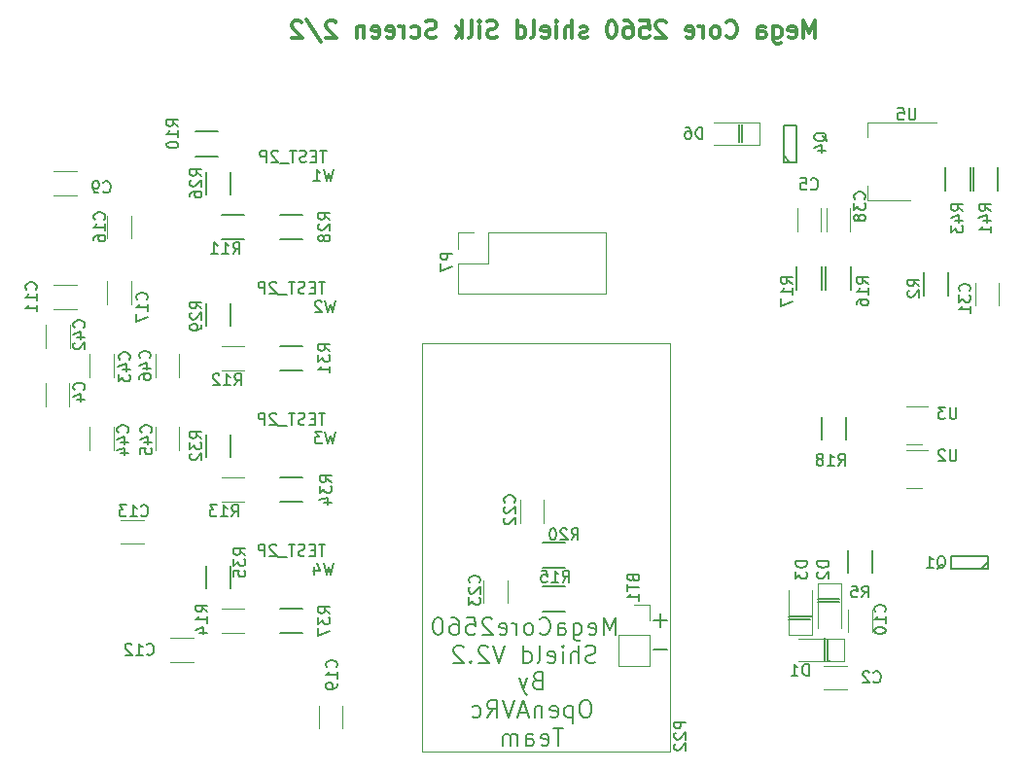
<source format=gbr>
G04 #@! TF.GenerationSoftware,KiCad,Pcbnew,(5.0.2)-1*
G04 #@! TF.CreationDate,2019-08-21T10:27:41+02:00*
G04 #@! TF.ProjectId,Mega_2560 core mini_full_2.2,4d656761-5f32-4353-9630-20636f726520,2.2*
G04 #@! TF.SameCoordinates,Original*
G04 #@! TF.FileFunction,Legend,Bot*
G04 #@! TF.FilePolarity,Positive*
%FSLAX46Y46*%
G04 Gerber Fmt 4.6, Leading zero omitted, Abs format (unit mm)*
G04 Created by KiCad (PCBNEW (5.0.2)-1) date 21/08/2019 10:27:42*
%MOMM*%
%LPD*%
G01*
G04 APERTURE LIST*
%ADD10C,0.150000*%
%ADD11C,0.210000*%
%ADD12C,0.300000*%
%ADD13C,0.120000*%
G04 APERTURE END LIST*
D10*
X210154520Y-110393480D02*
X210154520Y-112298480D01*
X210535520Y-112298480D02*
X210535520Y-112425480D01*
X210408520Y-110520480D02*
X210408520Y-112298480D01*
X211424520Y-107218480D02*
X209519520Y-107218480D01*
X209519520Y-106964480D02*
X211424520Y-106964480D01*
X206979520Y-108742480D02*
X208884520Y-108742480D01*
X209011520Y-108488480D02*
X206979520Y-108488480D01*
X202915520Y-67213480D02*
X202915520Y-65689480D01*
X202661520Y-67213480D02*
X202661520Y-65689480D01*
D11*
X195232091Y-111389622D02*
X196374948Y-111389622D01*
X195232091Y-108849622D02*
X196374948Y-108849622D01*
X195803520Y-109421051D02*
X195803520Y-108278194D01*
D12*
X209282520Y-58113051D02*
X209282520Y-56613051D01*
X208782520Y-57684480D01*
X208282520Y-56613051D01*
X208282520Y-58113051D01*
X206996805Y-58041622D02*
X207139662Y-58113051D01*
X207425377Y-58113051D01*
X207568234Y-58041622D01*
X207639662Y-57898765D01*
X207639662Y-57327337D01*
X207568234Y-57184480D01*
X207425377Y-57113051D01*
X207139662Y-57113051D01*
X206996805Y-57184480D01*
X206925377Y-57327337D01*
X206925377Y-57470194D01*
X207639662Y-57613051D01*
X205639662Y-57113051D02*
X205639662Y-58327337D01*
X205711091Y-58470194D01*
X205782520Y-58541622D01*
X205925377Y-58613051D01*
X206139662Y-58613051D01*
X206282520Y-58541622D01*
X205639662Y-58041622D02*
X205782520Y-58113051D01*
X206068234Y-58113051D01*
X206211091Y-58041622D01*
X206282520Y-57970194D01*
X206353948Y-57827337D01*
X206353948Y-57398765D01*
X206282520Y-57255908D01*
X206211091Y-57184480D01*
X206068234Y-57113051D01*
X205782520Y-57113051D01*
X205639662Y-57184480D01*
X204282520Y-58113051D02*
X204282520Y-57327337D01*
X204353948Y-57184480D01*
X204496805Y-57113051D01*
X204782520Y-57113051D01*
X204925377Y-57184480D01*
X204282520Y-58041622D02*
X204425377Y-58113051D01*
X204782520Y-58113051D01*
X204925377Y-58041622D01*
X204996805Y-57898765D01*
X204996805Y-57755908D01*
X204925377Y-57613051D01*
X204782520Y-57541622D01*
X204425377Y-57541622D01*
X204282520Y-57470194D01*
X201568234Y-57970194D02*
X201639662Y-58041622D01*
X201853948Y-58113051D01*
X201996805Y-58113051D01*
X202211091Y-58041622D01*
X202353948Y-57898765D01*
X202425377Y-57755908D01*
X202496805Y-57470194D01*
X202496805Y-57255908D01*
X202425377Y-56970194D01*
X202353948Y-56827337D01*
X202211091Y-56684480D01*
X201996805Y-56613051D01*
X201853948Y-56613051D01*
X201639662Y-56684480D01*
X201568234Y-56755908D01*
X200711091Y-58113051D02*
X200853948Y-58041622D01*
X200925377Y-57970194D01*
X200996805Y-57827337D01*
X200996805Y-57398765D01*
X200925377Y-57255908D01*
X200853948Y-57184480D01*
X200711091Y-57113051D01*
X200496805Y-57113051D01*
X200353948Y-57184480D01*
X200282520Y-57255908D01*
X200211091Y-57398765D01*
X200211091Y-57827337D01*
X200282520Y-57970194D01*
X200353948Y-58041622D01*
X200496805Y-58113051D01*
X200711091Y-58113051D01*
X199568234Y-58113051D02*
X199568234Y-57113051D01*
X199568234Y-57398765D02*
X199496805Y-57255908D01*
X199425377Y-57184480D01*
X199282520Y-57113051D01*
X199139662Y-57113051D01*
X198068234Y-58041622D02*
X198211091Y-58113051D01*
X198496805Y-58113051D01*
X198639662Y-58041622D01*
X198711091Y-57898765D01*
X198711091Y-57327337D01*
X198639662Y-57184480D01*
X198496805Y-57113051D01*
X198211091Y-57113051D01*
X198068234Y-57184480D01*
X197996805Y-57327337D01*
X197996805Y-57470194D01*
X198711091Y-57613051D01*
X196282520Y-56755908D02*
X196211091Y-56684480D01*
X196068234Y-56613051D01*
X195711091Y-56613051D01*
X195568234Y-56684480D01*
X195496805Y-56755908D01*
X195425377Y-56898765D01*
X195425377Y-57041622D01*
X195496805Y-57255908D01*
X196353948Y-58113051D01*
X195425377Y-58113051D01*
X194068234Y-56613051D02*
X194782520Y-56613051D01*
X194853948Y-57327337D01*
X194782520Y-57255908D01*
X194639662Y-57184480D01*
X194282520Y-57184480D01*
X194139662Y-57255908D01*
X194068234Y-57327337D01*
X193996805Y-57470194D01*
X193996805Y-57827337D01*
X194068234Y-57970194D01*
X194139662Y-58041622D01*
X194282520Y-58113051D01*
X194639662Y-58113051D01*
X194782520Y-58041622D01*
X194853948Y-57970194D01*
X192711091Y-56613051D02*
X192996805Y-56613051D01*
X193139662Y-56684480D01*
X193211091Y-56755908D01*
X193353948Y-56970194D01*
X193425377Y-57255908D01*
X193425377Y-57827337D01*
X193353948Y-57970194D01*
X193282520Y-58041622D01*
X193139662Y-58113051D01*
X192853948Y-58113051D01*
X192711091Y-58041622D01*
X192639662Y-57970194D01*
X192568234Y-57827337D01*
X192568234Y-57470194D01*
X192639662Y-57327337D01*
X192711091Y-57255908D01*
X192853948Y-57184480D01*
X193139662Y-57184480D01*
X193282520Y-57255908D01*
X193353948Y-57327337D01*
X193425377Y-57470194D01*
X191639662Y-56613051D02*
X191496805Y-56613051D01*
X191353948Y-56684480D01*
X191282520Y-56755908D01*
X191211091Y-56898765D01*
X191139662Y-57184480D01*
X191139662Y-57541622D01*
X191211091Y-57827337D01*
X191282520Y-57970194D01*
X191353948Y-58041622D01*
X191496805Y-58113051D01*
X191639662Y-58113051D01*
X191782520Y-58041622D01*
X191853948Y-57970194D01*
X191925377Y-57827337D01*
X191996805Y-57541622D01*
X191996805Y-57184480D01*
X191925377Y-56898765D01*
X191853948Y-56755908D01*
X191782520Y-56684480D01*
X191639662Y-56613051D01*
X189425377Y-58041622D02*
X189282520Y-58113051D01*
X188996805Y-58113051D01*
X188853948Y-58041622D01*
X188782520Y-57898765D01*
X188782520Y-57827337D01*
X188853948Y-57684480D01*
X188996805Y-57613051D01*
X189211091Y-57613051D01*
X189353948Y-57541622D01*
X189425377Y-57398765D01*
X189425377Y-57327337D01*
X189353948Y-57184480D01*
X189211091Y-57113051D01*
X188996805Y-57113051D01*
X188853948Y-57184480D01*
X188139662Y-58113051D02*
X188139662Y-56613051D01*
X187496805Y-58113051D02*
X187496805Y-57327337D01*
X187568234Y-57184480D01*
X187711091Y-57113051D01*
X187925377Y-57113051D01*
X188068234Y-57184480D01*
X188139662Y-57255908D01*
X186782520Y-58113051D02*
X186782520Y-57113051D01*
X186782520Y-56613051D02*
X186853948Y-56684480D01*
X186782520Y-56755908D01*
X186711091Y-56684480D01*
X186782520Y-56613051D01*
X186782520Y-56755908D01*
X185496805Y-58041622D02*
X185639662Y-58113051D01*
X185925377Y-58113051D01*
X186068234Y-58041622D01*
X186139662Y-57898765D01*
X186139662Y-57327337D01*
X186068234Y-57184480D01*
X185925377Y-57113051D01*
X185639662Y-57113051D01*
X185496805Y-57184480D01*
X185425377Y-57327337D01*
X185425377Y-57470194D01*
X186139662Y-57613051D01*
X184568234Y-58113051D02*
X184711091Y-58041622D01*
X184782520Y-57898765D01*
X184782520Y-56613051D01*
X183353948Y-58113051D02*
X183353948Y-56613051D01*
X183353948Y-58041622D02*
X183496805Y-58113051D01*
X183782520Y-58113051D01*
X183925377Y-58041622D01*
X183996805Y-57970194D01*
X184068234Y-57827337D01*
X184068234Y-57398765D01*
X183996805Y-57255908D01*
X183925377Y-57184480D01*
X183782520Y-57113051D01*
X183496805Y-57113051D01*
X183353948Y-57184480D01*
X181568234Y-58041622D02*
X181353948Y-58113051D01*
X180996805Y-58113051D01*
X180853948Y-58041622D01*
X180782520Y-57970194D01*
X180711091Y-57827337D01*
X180711091Y-57684480D01*
X180782520Y-57541622D01*
X180853948Y-57470194D01*
X180996805Y-57398765D01*
X181282520Y-57327337D01*
X181425377Y-57255908D01*
X181496805Y-57184480D01*
X181568234Y-57041622D01*
X181568234Y-56898765D01*
X181496805Y-56755908D01*
X181425377Y-56684480D01*
X181282520Y-56613051D01*
X180925377Y-56613051D01*
X180711091Y-56684480D01*
X180068234Y-58113051D02*
X180068234Y-57113051D01*
X180068234Y-56613051D02*
X180139662Y-56684480D01*
X180068234Y-56755908D01*
X179996805Y-56684480D01*
X180068234Y-56613051D01*
X180068234Y-56755908D01*
X179139662Y-58113051D02*
X179282520Y-58041622D01*
X179353948Y-57898765D01*
X179353948Y-56613051D01*
X178568234Y-58113051D02*
X178568234Y-56613051D01*
X178425377Y-57541622D02*
X177996805Y-58113051D01*
X177996805Y-57113051D02*
X178568234Y-57684480D01*
X176282520Y-58041622D02*
X176068234Y-58113051D01*
X175711091Y-58113051D01*
X175568234Y-58041622D01*
X175496805Y-57970194D01*
X175425377Y-57827337D01*
X175425377Y-57684480D01*
X175496805Y-57541622D01*
X175568234Y-57470194D01*
X175711091Y-57398765D01*
X175996805Y-57327337D01*
X176139662Y-57255908D01*
X176211091Y-57184480D01*
X176282520Y-57041622D01*
X176282520Y-56898765D01*
X176211091Y-56755908D01*
X176139662Y-56684480D01*
X175996805Y-56613051D01*
X175639662Y-56613051D01*
X175425377Y-56684480D01*
X174139662Y-58041622D02*
X174282520Y-58113051D01*
X174568234Y-58113051D01*
X174711091Y-58041622D01*
X174782520Y-57970194D01*
X174853948Y-57827337D01*
X174853948Y-57398765D01*
X174782520Y-57255908D01*
X174711091Y-57184480D01*
X174568234Y-57113051D01*
X174282520Y-57113051D01*
X174139662Y-57184480D01*
X173496805Y-58113051D02*
X173496805Y-57113051D01*
X173496805Y-57398765D02*
X173425377Y-57255908D01*
X173353948Y-57184480D01*
X173211091Y-57113051D01*
X173068234Y-57113051D01*
X171996805Y-58041622D02*
X172139662Y-58113051D01*
X172425377Y-58113051D01*
X172568234Y-58041622D01*
X172639662Y-57898765D01*
X172639662Y-57327337D01*
X172568234Y-57184480D01*
X172425377Y-57113051D01*
X172139662Y-57113051D01*
X171996805Y-57184480D01*
X171925377Y-57327337D01*
X171925377Y-57470194D01*
X172639662Y-57613051D01*
X170711091Y-58041622D02*
X170853948Y-58113051D01*
X171139662Y-58113051D01*
X171282520Y-58041622D01*
X171353948Y-57898765D01*
X171353948Y-57327337D01*
X171282520Y-57184480D01*
X171139662Y-57113051D01*
X170853948Y-57113051D01*
X170711091Y-57184480D01*
X170639662Y-57327337D01*
X170639662Y-57470194D01*
X171353948Y-57613051D01*
X169996805Y-57113051D02*
X169996805Y-58113051D01*
X169996805Y-57255908D02*
X169925377Y-57184480D01*
X169782520Y-57113051D01*
X169568234Y-57113051D01*
X169425377Y-57184480D01*
X169353948Y-57327337D01*
X169353948Y-58113051D01*
X167568234Y-56755908D02*
X167496805Y-56684480D01*
X167353948Y-56613051D01*
X166996805Y-56613051D01*
X166853948Y-56684480D01*
X166782520Y-56755908D01*
X166711091Y-56898765D01*
X166711091Y-57041622D01*
X166782520Y-57255908D01*
X167639662Y-58113051D01*
X166711091Y-58113051D01*
X164996805Y-56541622D02*
X166282520Y-58470194D01*
X164568234Y-56755908D02*
X164496805Y-56684480D01*
X164353948Y-56613051D01*
X163996805Y-56613051D01*
X163853948Y-56684480D01*
X163782520Y-56755908D01*
X163711091Y-56898765D01*
X163711091Y-57041622D01*
X163782520Y-57255908D01*
X164639662Y-58113051D01*
X163711091Y-58113051D01*
D11*
X185091805Y-114049337D02*
X184877520Y-114120765D01*
X184806091Y-114192194D01*
X184734662Y-114335051D01*
X184734662Y-114549337D01*
X184806091Y-114692194D01*
X184877520Y-114763622D01*
X185020377Y-114835051D01*
X185591805Y-114835051D01*
X185591805Y-113335051D01*
X185091805Y-113335051D01*
X184948948Y-113406480D01*
X184877520Y-113477908D01*
X184806091Y-113620765D01*
X184806091Y-113763622D01*
X184877520Y-113906480D01*
X184948948Y-113977908D01*
X185091805Y-114049337D01*
X185591805Y-114049337D01*
X184234662Y-113835051D02*
X183877520Y-114835051D01*
X183520377Y-113835051D02*
X183877520Y-114835051D01*
X184020377Y-115192194D01*
X184091805Y-115263622D01*
X184234662Y-115335051D01*
X189448948Y-115795051D02*
X189163234Y-115795051D01*
X189020377Y-115866480D01*
X188877520Y-116009337D01*
X188806091Y-116295051D01*
X188806091Y-116795051D01*
X188877520Y-117080765D01*
X189020377Y-117223622D01*
X189163234Y-117295051D01*
X189448948Y-117295051D01*
X189591805Y-117223622D01*
X189734662Y-117080765D01*
X189806091Y-116795051D01*
X189806091Y-116295051D01*
X189734662Y-116009337D01*
X189591805Y-115866480D01*
X189448948Y-115795051D01*
X188163234Y-116295051D02*
X188163234Y-117795051D01*
X188163234Y-116366480D02*
X188020377Y-116295051D01*
X187734662Y-116295051D01*
X187591805Y-116366480D01*
X187520377Y-116437908D01*
X187448948Y-116580765D01*
X187448948Y-117009337D01*
X187520377Y-117152194D01*
X187591805Y-117223622D01*
X187734662Y-117295051D01*
X188020377Y-117295051D01*
X188163234Y-117223622D01*
X186234662Y-117223622D02*
X186377520Y-117295051D01*
X186663234Y-117295051D01*
X186806091Y-117223622D01*
X186877520Y-117080765D01*
X186877520Y-116509337D01*
X186806091Y-116366480D01*
X186663234Y-116295051D01*
X186377520Y-116295051D01*
X186234662Y-116366480D01*
X186163234Y-116509337D01*
X186163234Y-116652194D01*
X186877520Y-116795051D01*
X185520377Y-116295051D02*
X185520377Y-117295051D01*
X185520377Y-116437908D02*
X185448948Y-116366480D01*
X185306091Y-116295051D01*
X185091805Y-116295051D01*
X184948948Y-116366480D01*
X184877520Y-116509337D01*
X184877520Y-117295051D01*
X184234662Y-116866480D02*
X183520377Y-116866480D01*
X184377520Y-117295051D02*
X183877520Y-115795051D01*
X183377520Y-117295051D01*
X183091805Y-115795051D02*
X182591805Y-117295051D01*
X182091805Y-115795051D01*
X180734662Y-117295051D02*
X181234662Y-116580765D01*
X181591805Y-117295051D02*
X181591805Y-115795051D01*
X181020377Y-115795051D01*
X180877520Y-115866480D01*
X180806091Y-115937908D01*
X180734662Y-116080765D01*
X180734662Y-116295051D01*
X180806091Y-116437908D01*
X180877520Y-116509337D01*
X181020377Y-116580765D01*
X181591805Y-116580765D01*
X179448948Y-117223622D02*
X179591805Y-117295051D01*
X179877520Y-117295051D01*
X180020377Y-117223622D01*
X180091805Y-117152194D01*
X180163234Y-117009337D01*
X180163234Y-116580765D01*
X180091805Y-116437908D01*
X180020377Y-116366480D01*
X179877520Y-116295051D01*
X179591805Y-116295051D01*
X179448948Y-116366480D01*
X187377520Y-118255051D02*
X186520377Y-118255051D01*
X186948948Y-119755051D02*
X186948948Y-118255051D01*
X185448948Y-119683622D02*
X185591805Y-119755051D01*
X185877520Y-119755051D01*
X186020377Y-119683622D01*
X186091805Y-119540765D01*
X186091805Y-118969337D01*
X186020377Y-118826480D01*
X185877520Y-118755051D01*
X185591805Y-118755051D01*
X185448948Y-118826480D01*
X185377520Y-118969337D01*
X185377520Y-119112194D01*
X186091805Y-119255051D01*
X184091805Y-119755051D02*
X184091805Y-118969337D01*
X184163234Y-118826480D01*
X184306091Y-118755051D01*
X184591805Y-118755051D01*
X184734662Y-118826480D01*
X184091805Y-119683622D02*
X184234662Y-119755051D01*
X184591805Y-119755051D01*
X184734662Y-119683622D01*
X184806091Y-119540765D01*
X184806091Y-119397908D01*
X184734662Y-119255051D01*
X184591805Y-119183622D01*
X184234662Y-119183622D01*
X184091805Y-119112194D01*
X183377520Y-119755051D02*
X183377520Y-118755051D01*
X183377520Y-118897908D02*
X183306091Y-118826480D01*
X183163234Y-118755051D01*
X182948948Y-118755051D01*
X182806091Y-118826480D01*
X182734662Y-118969337D01*
X182734662Y-119755051D01*
X182734662Y-118969337D02*
X182663234Y-118826480D01*
X182520377Y-118755051D01*
X182306091Y-118755051D01*
X182163234Y-118826480D01*
X182091805Y-118969337D01*
X182091805Y-119755051D01*
X191885377Y-110096051D02*
X191885377Y-108596051D01*
X191385377Y-109667480D01*
X190885377Y-108596051D01*
X190885377Y-110096051D01*
X189599662Y-110024622D02*
X189742520Y-110096051D01*
X190028234Y-110096051D01*
X190171091Y-110024622D01*
X190242520Y-109881765D01*
X190242520Y-109310337D01*
X190171091Y-109167480D01*
X190028234Y-109096051D01*
X189742520Y-109096051D01*
X189599662Y-109167480D01*
X189528234Y-109310337D01*
X189528234Y-109453194D01*
X190242520Y-109596051D01*
X188242520Y-109096051D02*
X188242520Y-110310337D01*
X188313948Y-110453194D01*
X188385377Y-110524622D01*
X188528234Y-110596051D01*
X188742520Y-110596051D01*
X188885377Y-110524622D01*
X188242520Y-110024622D02*
X188385377Y-110096051D01*
X188671091Y-110096051D01*
X188813948Y-110024622D01*
X188885377Y-109953194D01*
X188956805Y-109810337D01*
X188956805Y-109381765D01*
X188885377Y-109238908D01*
X188813948Y-109167480D01*
X188671091Y-109096051D01*
X188385377Y-109096051D01*
X188242520Y-109167480D01*
X186885377Y-110096051D02*
X186885377Y-109310337D01*
X186956805Y-109167480D01*
X187099662Y-109096051D01*
X187385377Y-109096051D01*
X187528234Y-109167480D01*
X186885377Y-110024622D02*
X187028234Y-110096051D01*
X187385377Y-110096051D01*
X187528234Y-110024622D01*
X187599662Y-109881765D01*
X187599662Y-109738908D01*
X187528234Y-109596051D01*
X187385377Y-109524622D01*
X187028234Y-109524622D01*
X186885377Y-109453194D01*
X185313948Y-109953194D02*
X185385377Y-110024622D01*
X185599662Y-110096051D01*
X185742520Y-110096051D01*
X185956805Y-110024622D01*
X186099662Y-109881765D01*
X186171091Y-109738908D01*
X186242520Y-109453194D01*
X186242520Y-109238908D01*
X186171091Y-108953194D01*
X186099662Y-108810337D01*
X185956805Y-108667480D01*
X185742520Y-108596051D01*
X185599662Y-108596051D01*
X185385377Y-108667480D01*
X185313948Y-108738908D01*
X184456805Y-110096051D02*
X184599662Y-110024622D01*
X184671091Y-109953194D01*
X184742520Y-109810337D01*
X184742520Y-109381765D01*
X184671091Y-109238908D01*
X184599662Y-109167480D01*
X184456805Y-109096051D01*
X184242520Y-109096051D01*
X184099662Y-109167480D01*
X184028234Y-109238908D01*
X183956805Y-109381765D01*
X183956805Y-109810337D01*
X184028234Y-109953194D01*
X184099662Y-110024622D01*
X184242520Y-110096051D01*
X184456805Y-110096051D01*
X183313948Y-110096051D02*
X183313948Y-109096051D01*
X183313948Y-109381765D02*
X183242520Y-109238908D01*
X183171091Y-109167480D01*
X183028234Y-109096051D01*
X182885377Y-109096051D01*
X181813948Y-110024622D02*
X181956805Y-110096051D01*
X182242520Y-110096051D01*
X182385377Y-110024622D01*
X182456805Y-109881765D01*
X182456805Y-109310337D01*
X182385377Y-109167480D01*
X182242520Y-109096051D01*
X181956805Y-109096051D01*
X181813948Y-109167480D01*
X181742520Y-109310337D01*
X181742520Y-109453194D01*
X182456805Y-109596051D01*
X181171091Y-108738908D02*
X181099662Y-108667480D01*
X180956805Y-108596051D01*
X180599662Y-108596051D01*
X180456805Y-108667480D01*
X180385377Y-108738908D01*
X180313948Y-108881765D01*
X180313948Y-109024622D01*
X180385377Y-109238908D01*
X181242520Y-110096051D01*
X180313948Y-110096051D01*
X178956805Y-108596051D02*
X179671091Y-108596051D01*
X179742520Y-109310337D01*
X179671091Y-109238908D01*
X179528234Y-109167480D01*
X179171091Y-109167480D01*
X179028234Y-109238908D01*
X178956805Y-109310337D01*
X178885377Y-109453194D01*
X178885377Y-109810337D01*
X178956805Y-109953194D01*
X179028234Y-110024622D01*
X179171091Y-110096051D01*
X179528234Y-110096051D01*
X179671091Y-110024622D01*
X179742520Y-109953194D01*
X177599662Y-108596051D02*
X177885377Y-108596051D01*
X178028234Y-108667480D01*
X178099662Y-108738908D01*
X178242520Y-108953194D01*
X178313948Y-109238908D01*
X178313948Y-109810337D01*
X178242520Y-109953194D01*
X178171091Y-110024622D01*
X178028234Y-110096051D01*
X177742520Y-110096051D01*
X177599662Y-110024622D01*
X177528234Y-109953194D01*
X177456805Y-109810337D01*
X177456805Y-109453194D01*
X177528234Y-109310337D01*
X177599662Y-109238908D01*
X177742520Y-109167480D01*
X178028234Y-109167480D01*
X178171091Y-109238908D01*
X178242520Y-109310337D01*
X178313948Y-109453194D01*
X176528234Y-108596051D02*
X176385377Y-108596051D01*
X176242520Y-108667480D01*
X176171091Y-108738908D01*
X176099662Y-108881765D01*
X176028234Y-109167480D01*
X176028234Y-109524622D01*
X176099662Y-109810337D01*
X176171091Y-109953194D01*
X176242520Y-110024622D01*
X176385377Y-110096051D01*
X176528234Y-110096051D01*
X176671091Y-110024622D01*
X176742520Y-109953194D01*
X176813948Y-109810337D01*
X176885377Y-109524622D01*
X176885377Y-109167480D01*
X176813948Y-108881765D01*
X176742520Y-108738908D01*
X176671091Y-108667480D01*
X176528234Y-108596051D01*
X190171091Y-112484622D02*
X189956805Y-112556051D01*
X189599662Y-112556051D01*
X189456805Y-112484622D01*
X189385377Y-112413194D01*
X189313948Y-112270337D01*
X189313948Y-112127480D01*
X189385377Y-111984622D01*
X189456805Y-111913194D01*
X189599662Y-111841765D01*
X189885377Y-111770337D01*
X190028234Y-111698908D01*
X190099662Y-111627480D01*
X190171091Y-111484622D01*
X190171091Y-111341765D01*
X190099662Y-111198908D01*
X190028234Y-111127480D01*
X189885377Y-111056051D01*
X189528234Y-111056051D01*
X189313948Y-111127480D01*
X188671091Y-112556051D02*
X188671091Y-111056051D01*
X188028234Y-112556051D02*
X188028234Y-111770337D01*
X188099662Y-111627480D01*
X188242520Y-111556051D01*
X188456805Y-111556051D01*
X188599662Y-111627480D01*
X188671091Y-111698908D01*
X187313948Y-112556051D02*
X187313948Y-111556051D01*
X187313948Y-111056051D02*
X187385377Y-111127480D01*
X187313948Y-111198908D01*
X187242520Y-111127480D01*
X187313948Y-111056051D01*
X187313948Y-111198908D01*
X186028234Y-112484622D02*
X186171091Y-112556051D01*
X186456805Y-112556051D01*
X186599662Y-112484622D01*
X186671091Y-112341765D01*
X186671091Y-111770337D01*
X186599662Y-111627480D01*
X186456805Y-111556051D01*
X186171091Y-111556051D01*
X186028234Y-111627480D01*
X185956805Y-111770337D01*
X185956805Y-111913194D01*
X186671091Y-112056051D01*
X185099662Y-112556051D02*
X185242520Y-112484622D01*
X185313948Y-112341765D01*
X185313948Y-111056051D01*
X183885377Y-112556051D02*
X183885377Y-111056051D01*
X183885377Y-112484622D02*
X184028234Y-112556051D01*
X184313948Y-112556051D01*
X184456805Y-112484622D01*
X184528234Y-112413194D01*
X184599662Y-112270337D01*
X184599662Y-111841765D01*
X184528234Y-111698908D01*
X184456805Y-111627480D01*
X184313948Y-111556051D01*
X184028234Y-111556051D01*
X183885377Y-111627480D01*
X182242520Y-111056051D02*
X181742520Y-112556051D01*
X181242520Y-111056051D01*
X180813948Y-111198908D02*
X180742520Y-111127480D01*
X180599662Y-111056051D01*
X180242520Y-111056051D01*
X180099662Y-111127480D01*
X180028234Y-111198908D01*
X179956805Y-111341765D01*
X179956805Y-111484622D01*
X180028234Y-111698908D01*
X180885377Y-112556051D01*
X179956805Y-112556051D01*
X179313948Y-112413194D02*
X179242520Y-112484622D01*
X179313948Y-112556051D01*
X179385377Y-112484622D01*
X179313948Y-112413194D01*
X179313948Y-112556051D01*
X178671091Y-111198908D02*
X178599662Y-111127480D01*
X178456805Y-111056051D01*
X178099662Y-111056051D01*
X177956805Y-111127480D01*
X177885377Y-111198908D01*
X177813948Y-111341765D01*
X177813948Y-111484622D01*
X177885377Y-111698908D01*
X178742520Y-112556051D01*
X177813948Y-112556051D01*
D10*
G04 #@! TO.C,Q4*
X207106520Y-68940480D02*
X206556520Y-68390480D01*
X207656520Y-68940480D02*
X206556520Y-68940480D01*
X207656520Y-65740480D02*
X206556520Y-65740480D01*
X206556520Y-68940480D02*
X206556520Y-65740480D01*
X207656520Y-68940480D02*
X207656520Y-65740480D01*
D13*
G04 #@! TO.C,C2*
X212043520Y-114847480D02*
X210043520Y-114847480D01*
X210043520Y-112797480D02*
X212043520Y-112797480D01*
G04 #@! TO.C,D3*
X208995520Y-110103480D02*
X206995520Y-110103480D01*
X206995520Y-110103480D02*
X206995520Y-106203480D01*
X208995520Y-110103480D02*
X208995520Y-106203480D01*
G04 #@! TO.C,D2*
X209535520Y-105603480D02*
X211535520Y-105603480D01*
X211535520Y-105603480D02*
X211535520Y-109503480D01*
X209535520Y-105603480D02*
X209535520Y-109503480D01*
G04 #@! TO.C,U2*
X217201520Y-94001480D02*
X219101520Y-94001480D01*
X218601520Y-97321480D02*
X217201520Y-97321480D01*
G04 #@! TO.C,U3*
X217201520Y-90191480D02*
X219101520Y-90191480D01*
X218601520Y-93511480D02*
X217201520Y-93511480D01*
D10*
G04 #@! TO.C,R18*
X211991520Y-93105480D02*
X211991520Y-91105480D01*
X209841520Y-91105480D02*
X209841520Y-93105480D01*
G04 #@! TO.C,R10*
X157306520Y-66265480D02*
X155306520Y-66265480D01*
X155306520Y-68415480D02*
X157306520Y-68415480D01*
G04 #@! TO.C,R2*
X218731520Y-78532480D02*
X218731520Y-80532480D01*
X220881520Y-80532480D02*
X220881520Y-78532480D01*
G04 #@! TO.C,Q1*
X224327520Y-103789480D02*
X223777520Y-104339480D01*
X224327520Y-103239480D02*
X224327520Y-104339480D01*
X221127520Y-103239480D02*
X221127520Y-104339480D01*
X224327520Y-104339480D02*
X221127520Y-104339480D01*
X224327520Y-103239480D02*
X221127520Y-103239480D01*
D13*
G04 #@! TO.C,D1*
X211769520Y-110409480D02*
X211769520Y-112409480D01*
X211769520Y-112409480D02*
X207869520Y-112409480D01*
X211769520Y-110409480D02*
X207869520Y-110409480D01*
G04 #@! TO.C,C10*
X214227520Y-107869480D02*
X214227520Y-109869480D01*
X212177520Y-109869480D02*
X212177520Y-107869480D01*
D10*
G04 #@! TO.C,R5*
X214277520Y-104715480D02*
X214277520Y-102715480D01*
X212127520Y-102715480D02*
X212127520Y-104715480D01*
D13*
G04 #@! TO.C,C31*
X223226520Y-81421480D02*
X223226520Y-79421480D01*
X225276520Y-79421480D02*
X225276520Y-81421480D01*
D10*
G04 #@! TO.C,R41*
X223049520Y-69388480D02*
X223049520Y-71388480D01*
X225199520Y-71388480D02*
X225199520Y-69388480D01*
G04 #@! TO.C,R43*
X222786520Y-71388480D02*
X222786520Y-69388480D01*
X220636520Y-69388480D02*
X220636520Y-71388480D01*
G04 #@! TO.C,R16*
X210222520Y-78024480D02*
X210222520Y-80024480D01*
X212372520Y-80024480D02*
X212372520Y-78024480D01*
G04 #@! TO.C,R17*
X207682520Y-78024480D02*
X207682520Y-80024480D01*
X209832520Y-80024480D02*
X209832520Y-78024480D01*
D13*
G04 #@! TO.C,C38*
X210272520Y-74944480D02*
X210272520Y-72944480D01*
X212322520Y-72944480D02*
X212322520Y-74944480D01*
G04 #@! TO.C,C5*
X207732520Y-74944480D02*
X207732520Y-72944480D01*
X209782520Y-72944480D02*
X209782520Y-74944480D01*
G04 #@! TO.C,U5*
X213832520Y-72274480D02*
X213832520Y-71014480D01*
X213832520Y-65454480D02*
X213832520Y-66714480D01*
X217592520Y-72274480D02*
X213832520Y-72274480D01*
X219842520Y-65454480D02*
X213832520Y-65454480D01*
G04 #@! TO.C,D6*
X204403520Y-65451480D02*
X204403520Y-67451480D01*
X204403520Y-67451480D02*
X200503520Y-67451480D01*
X204403520Y-65451480D02*
X200503520Y-65451480D01*
G04 #@! TO.C,P7*
X180817520Y-75094480D02*
X191097520Y-75094480D01*
X191097520Y-75094480D02*
X191097520Y-80414480D01*
X191097520Y-80414480D02*
X178157520Y-80414480D01*
X178157520Y-80414480D02*
X178157520Y-77754480D01*
X178157520Y-77754480D02*
X180817520Y-77754480D01*
X180817520Y-77754480D02*
X180817520Y-75094480D01*
X179547520Y-75094480D02*
X178157520Y-75094480D01*
X178157520Y-75094480D02*
X178157520Y-76484480D01*
G04 #@! TO.C,P22*
X196692520Y-120299480D02*
X175102520Y-120299480D01*
X175102520Y-120299480D02*
X175102520Y-84739480D01*
X175102520Y-84739480D02*
X196692520Y-84739480D01*
X196692520Y-84739480D02*
X196692520Y-120299480D01*
G04 #@! TO.C,C22*
X183602520Y-100344480D02*
X183602520Y-98344480D01*
X185652520Y-98344480D02*
X185652520Y-100344480D01*
D10*
G04 #@! TO.C,R20*
X187532520Y-102079480D02*
X185532520Y-102079480D01*
X185532520Y-104229480D02*
X187532520Y-104229480D01*
G04 #@! TO.C,R15*
X187532520Y-105889480D02*
X185532520Y-105889480D01*
X185532520Y-108039480D02*
X187532520Y-108039480D01*
D13*
G04 #@! TO.C,C23*
X180427520Y-107329480D02*
X180427520Y-105329480D01*
X182477520Y-105329480D02*
X182477520Y-107329480D01*
G04 #@! TO.C,C19*
X166076520Y-118251480D02*
X166076520Y-116251480D01*
X168126520Y-116251480D02*
X168126520Y-118251480D01*
D10*
G04 #@! TO.C,R35*
X156247520Y-104059480D02*
X156247520Y-106059480D01*
X158397520Y-106059480D02*
X158397520Y-104059480D01*
D13*
G04 #@! TO.C,C12*
X155147520Y-112434480D02*
X153147520Y-112434480D01*
X153147520Y-110384480D02*
X155147520Y-110384480D01*
G04 #@! TO.C,C13*
X148829520Y-100097480D02*
X150829520Y-100097480D01*
X150829520Y-102147480D02*
X148829520Y-102147480D01*
D10*
G04 #@! TO.C,R34*
X164672520Y-96364480D02*
X162672520Y-96364480D01*
X162672520Y-98514480D02*
X164672520Y-98514480D01*
G04 #@! TO.C,R32*
X156247520Y-92629480D02*
X156247520Y-94629480D01*
X158397520Y-94629480D02*
X158397520Y-92629480D01*
D13*
G04 #@! TO.C,C45*
X153902520Y-91994480D02*
X153902520Y-93994480D01*
X151852520Y-93994480D02*
X151852520Y-91994480D01*
G04 #@! TO.C,C44*
X148187520Y-91994480D02*
X148187520Y-93994480D01*
X146137520Y-93994480D02*
X146137520Y-91994480D01*
G04 #@! TO.C,C43*
X146137520Y-87644480D02*
X146137520Y-85644480D01*
X148187520Y-85644480D02*
X148187520Y-87644480D01*
G04 #@! TO.C,C46*
X151852520Y-87644480D02*
X151852520Y-85644480D01*
X153902520Y-85644480D02*
X153902520Y-87644480D01*
D10*
G04 #@! TO.C,R31*
X164672520Y-84934480D02*
X162672520Y-84934480D01*
X162672520Y-87084480D02*
X164672520Y-87084480D01*
G04 #@! TO.C,R29*
X156247520Y-81199480D02*
X156247520Y-83199480D01*
X158397520Y-83199480D02*
X158397520Y-81199480D01*
G04 #@! TO.C,R11*
X159592520Y-73504480D02*
X157592520Y-73504480D01*
X157592520Y-75654480D02*
X159592520Y-75654480D01*
G04 #@! TO.C,R28*
X164672520Y-73504480D02*
X162672520Y-73504480D01*
X162672520Y-75654480D02*
X164672520Y-75654480D01*
D13*
G04 #@! TO.C,C11*
X142987520Y-79650480D02*
X144987520Y-79650480D01*
X144987520Y-81700480D02*
X142987520Y-81700480D01*
G04 #@! TO.C,C42*
X144377520Y-83104480D02*
X144377520Y-85104480D01*
X142327520Y-85104480D02*
X142327520Y-83104480D01*
G04 #@! TO.C,C17*
X147661520Y-81294480D02*
X147661520Y-79294480D01*
X149711520Y-79294480D02*
X149711520Y-81294480D01*
G04 #@! TO.C,C16*
X149711520Y-73579480D02*
X149711520Y-75579480D01*
X147661520Y-75579480D02*
X147661520Y-73579480D01*
D10*
G04 #@! TO.C,R26*
X156247520Y-69769480D02*
X156247520Y-71769480D01*
X158397520Y-71769480D02*
X158397520Y-69769480D01*
D13*
G04 #@! TO.C,C9*
X142987520Y-69744480D02*
X144987520Y-69744480D01*
X144987520Y-71794480D02*
X142987520Y-71794480D01*
G04 #@! TO.C,R12*
X159592520Y-84939480D02*
X157592520Y-84939480D01*
X157592520Y-87079480D02*
X159592520Y-87079480D01*
G04 #@! TO.C,R13*
X159592520Y-96369480D02*
X157592520Y-96369480D01*
X157592520Y-98509480D02*
X159592520Y-98509480D01*
D10*
G04 #@! TO.C,R37*
X164672520Y-107794480D02*
X162672520Y-107794480D01*
X162672520Y-109944480D02*
X164672520Y-109944480D01*
D13*
G04 #@! TO.C,R14*
X159592520Y-107799480D02*
X157592520Y-107799480D01*
X157592520Y-109939480D02*
X159592520Y-109939480D01*
G04 #@! TO.C,BT1*
X194907520Y-110139480D02*
X194907520Y-112799480D01*
X194907520Y-112799480D02*
X192127520Y-112799480D01*
X192127520Y-112799480D02*
X192127520Y-110139480D01*
X192127520Y-110139480D02*
X194907520Y-110139480D01*
X194907520Y-108869480D02*
X194907520Y-107479480D01*
X194907520Y-107479480D02*
X193517520Y-107479480D01*
G04 #@! TO.C,C4*
X144372520Y-88184480D02*
X144372520Y-90184480D01*
X142332520Y-90184480D02*
X142332520Y-88184480D01*
G04 #@! TO.C,Q4*
D10*
X210321139Y-67118241D02*
X210273520Y-67023003D01*
X210178281Y-66927765D01*
X210035424Y-66784908D01*
X209987805Y-66689670D01*
X209987805Y-66594432D01*
X210225900Y-66642051D02*
X210178281Y-66546813D01*
X210083043Y-66451575D01*
X209892567Y-66403956D01*
X209559234Y-66403956D01*
X209368758Y-66451575D01*
X209273520Y-66546813D01*
X209225900Y-66642051D01*
X209225900Y-66832527D01*
X209273520Y-66927765D01*
X209368758Y-67023003D01*
X209559234Y-67070622D01*
X209892567Y-67070622D01*
X210083043Y-67023003D01*
X210178281Y-66927765D01*
X210225900Y-66832527D01*
X210225900Y-66642051D01*
X209559234Y-67927765D02*
X210225900Y-67927765D01*
X209178281Y-67689670D02*
X209892567Y-67451575D01*
X209892567Y-68070622D01*
G04 #@! TO.C,C2*
X214385186Y-114179622D02*
X214432805Y-114227241D01*
X214575662Y-114274860D01*
X214670900Y-114274860D01*
X214813758Y-114227241D01*
X214908996Y-114132003D01*
X214956615Y-114036765D01*
X215004234Y-113846289D01*
X215004234Y-113703432D01*
X214956615Y-113512956D01*
X214908996Y-113417718D01*
X214813758Y-113322480D01*
X214670900Y-113274860D01*
X214575662Y-113274860D01*
X214432805Y-113322480D01*
X214385186Y-113370099D01*
X214004234Y-113370099D02*
X213956615Y-113322480D01*
X213861377Y-113274860D01*
X213623281Y-113274860D01*
X213528043Y-113322480D01*
X213480424Y-113370099D01*
X213432805Y-113465337D01*
X213432805Y-113560575D01*
X213480424Y-113703432D01*
X214051853Y-114274860D01*
X213432805Y-114274860D01*
G04 #@! TO.C,D3*
X208574900Y-103686384D02*
X207574900Y-103686384D01*
X207574900Y-103924480D01*
X207622520Y-104067337D01*
X207717758Y-104162575D01*
X207812996Y-104210194D01*
X208003472Y-104257813D01*
X208146329Y-104257813D01*
X208336805Y-104210194D01*
X208432043Y-104162575D01*
X208527281Y-104067337D01*
X208574900Y-103924480D01*
X208574900Y-103686384D01*
X207574900Y-104591146D02*
X207574900Y-105210194D01*
X207955853Y-104876860D01*
X207955853Y-105019718D01*
X208003472Y-105114956D01*
X208051091Y-105162575D01*
X208146329Y-105210194D01*
X208384424Y-105210194D01*
X208479662Y-105162575D01*
X208527281Y-105114956D01*
X208574900Y-105019718D01*
X208574900Y-104734003D01*
X208527281Y-104638765D01*
X208479662Y-104591146D01*
G04 #@! TO.C,D2*
X210479900Y-103686384D02*
X209479900Y-103686384D01*
X209479900Y-103924480D01*
X209527520Y-104067337D01*
X209622758Y-104162575D01*
X209717996Y-104210194D01*
X209908472Y-104257813D01*
X210051329Y-104257813D01*
X210241805Y-104210194D01*
X210337043Y-104162575D01*
X210432281Y-104067337D01*
X210479900Y-103924480D01*
X210479900Y-103686384D01*
X209575139Y-104638765D02*
X209527520Y-104686384D01*
X209479900Y-104781622D01*
X209479900Y-105019718D01*
X209527520Y-105114956D01*
X209575139Y-105162575D01*
X209670377Y-105210194D01*
X209765615Y-105210194D01*
X209908472Y-105162575D01*
X210479900Y-104591146D01*
X210479900Y-105210194D01*
G04 #@! TO.C,U2*
X221584424Y-93970860D02*
X221584424Y-94780384D01*
X221536805Y-94875622D01*
X221489186Y-94923241D01*
X221393948Y-94970860D01*
X221203472Y-94970860D01*
X221108234Y-94923241D01*
X221060615Y-94875622D01*
X221012996Y-94780384D01*
X221012996Y-93970860D01*
X220584424Y-94066099D02*
X220536805Y-94018480D01*
X220441567Y-93970860D01*
X220203472Y-93970860D01*
X220108234Y-94018480D01*
X220060615Y-94066099D01*
X220012996Y-94161337D01*
X220012996Y-94256575D01*
X220060615Y-94399432D01*
X220632043Y-94970860D01*
X220012996Y-94970860D01*
G04 #@! TO.C,U3*
X221584424Y-90287860D02*
X221584424Y-91097384D01*
X221536805Y-91192622D01*
X221489186Y-91240241D01*
X221393948Y-91287860D01*
X221203472Y-91287860D01*
X221108234Y-91240241D01*
X221060615Y-91192622D01*
X221012996Y-91097384D01*
X221012996Y-90287860D01*
X220632043Y-90287860D02*
X220012996Y-90287860D01*
X220346329Y-90668813D01*
X220203472Y-90668813D01*
X220108234Y-90716432D01*
X220060615Y-90764051D01*
X220012996Y-90859289D01*
X220012996Y-91097384D01*
X220060615Y-91192622D01*
X220108234Y-91240241D01*
X220203472Y-91287860D01*
X220489186Y-91287860D01*
X220584424Y-91240241D01*
X220632043Y-91192622D01*
G04 #@! TO.C,R18*
X211305377Y-95351860D02*
X211638710Y-94875670D01*
X211876805Y-95351860D02*
X211876805Y-94351860D01*
X211495853Y-94351860D01*
X211400615Y-94399480D01*
X211352996Y-94447099D01*
X211305377Y-94542337D01*
X211305377Y-94685194D01*
X211352996Y-94780432D01*
X211400615Y-94828051D01*
X211495853Y-94875670D01*
X211876805Y-94875670D01*
X210352996Y-95351860D02*
X210924424Y-95351860D01*
X210638710Y-95351860D02*
X210638710Y-94351860D01*
X210733948Y-94494718D01*
X210829186Y-94589956D01*
X210924424Y-94637575D01*
X209781567Y-94780432D02*
X209876805Y-94732813D01*
X209924424Y-94685194D01*
X209972043Y-94589956D01*
X209972043Y-94542337D01*
X209924424Y-94447099D01*
X209876805Y-94399480D01*
X209781567Y-94351860D01*
X209591091Y-94351860D01*
X209495853Y-94399480D01*
X209448234Y-94447099D01*
X209400615Y-94542337D01*
X209400615Y-94589956D01*
X209448234Y-94685194D01*
X209495853Y-94732813D01*
X209591091Y-94780432D01*
X209781567Y-94780432D01*
X209876805Y-94828051D01*
X209924424Y-94875670D01*
X209972043Y-94970908D01*
X209972043Y-95161384D01*
X209924424Y-95256622D01*
X209876805Y-95304241D01*
X209781567Y-95351860D01*
X209591091Y-95351860D01*
X209495853Y-95304241D01*
X209448234Y-95256622D01*
X209400615Y-95161384D01*
X209400615Y-94970908D01*
X209448234Y-94875670D01*
X209495853Y-94828051D01*
X209591091Y-94780432D01*
G04 #@! TO.C,R10*
X153837900Y-65808622D02*
X153361710Y-65475289D01*
X153837900Y-65237194D02*
X152837900Y-65237194D01*
X152837900Y-65618146D01*
X152885520Y-65713384D01*
X152933139Y-65761003D01*
X153028377Y-65808622D01*
X153171234Y-65808622D01*
X153266472Y-65761003D01*
X153314091Y-65713384D01*
X153361710Y-65618146D01*
X153361710Y-65237194D01*
X153837900Y-66761003D02*
X153837900Y-66189575D01*
X153837900Y-66475289D02*
X152837900Y-66475289D01*
X152980758Y-66380051D01*
X153075996Y-66284813D01*
X153123615Y-66189575D01*
X152837900Y-67380051D02*
X152837900Y-67475289D01*
X152885520Y-67570527D01*
X152933139Y-67618146D01*
X153028377Y-67665765D01*
X153218853Y-67713384D01*
X153456948Y-67713384D01*
X153647424Y-67665765D01*
X153742662Y-67618146D01*
X153790281Y-67570527D01*
X153837900Y-67475289D01*
X153837900Y-67380051D01*
X153790281Y-67284813D01*
X153742662Y-67237194D01*
X153647424Y-67189575D01*
X153456948Y-67141956D01*
X153218853Y-67141956D01*
X153028377Y-67189575D01*
X152933139Y-67237194D01*
X152885520Y-67284813D01*
X152837900Y-67380051D01*
G04 #@! TO.C,R2*
X218353900Y-79746813D02*
X217877710Y-79413480D01*
X218353900Y-79175384D02*
X217353900Y-79175384D01*
X217353900Y-79556337D01*
X217401520Y-79651575D01*
X217449139Y-79699194D01*
X217544377Y-79746813D01*
X217687234Y-79746813D01*
X217782472Y-79699194D01*
X217830091Y-79651575D01*
X217877710Y-79556337D01*
X217877710Y-79175384D01*
X217449139Y-80127765D02*
X217401520Y-80175384D01*
X217353900Y-80270622D01*
X217353900Y-80508718D01*
X217401520Y-80603956D01*
X217449139Y-80651575D01*
X217544377Y-80699194D01*
X217639615Y-80699194D01*
X217782472Y-80651575D01*
X218353900Y-80080146D01*
X218353900Y-80699194D01*
G04 #@! TO.C,Q1*
X219901758Y-104337099D02*
X219996996Y-104289480D01*
X220092234Y-104194241D01*
X220235091Y-104051384D01*
X220330329Y-104003765D01*
X220425567Y-104003765D01*
X220377948Y-104241860D02*
X220473186Y-104194241D01*
X220568424Y-104099003D01*
X220616043Y-103908527D01*
X220616043Y-103575194D01*
X220568424Y-103384718D01*
X220473186Y-103289480D01*
X220377948Y-103241860D01*
X220187472Y-103241860D01*
X220092234Y-103289480D01*
X219996996Y-103384718D01*
X219949377Y-103575194D01*
X219949377Y-103908527D01*
X219996996Y-104099003D01*
X220092234Y-104194241D01*
X220187472Y-104241860D01*
X220377948Y-104241860D01*
X218996996Y-104241860D02*
X219568424Y-104241860D01*
X219282710Y-104241860D02*
X219282710Y-103241860D01*
X219377948Y-103384718D01*
X219473186Y-103479956D01*
X219568424Y-103527575D01*
G04 #@! TO.C,D1*
X208733615Y-113639860D02*
X208733615Y-112639860D01*
X208495520Y-112639860D01*
X208352662Y-112687480D01*
X208257424Y-112782718D01*
X208209805Y-112877956D01*
X208162186Y-113068432D01*
X208162186Y-113211289D01*
X208209805Y-113401765D01*
X208257424Y-113497003D01*
X208352662Y-113592241D01*
X208495520Y-113639860D01*
X208733615Y-113639860D01*
X207209805Y-113639860D02*
X207781234Y-113639860D01*
X207495520Y-113639860D02*
X207495520Y-112639860D01*
X207590758Y-112782718D01*
X207685996Y-112877956D01*
X207781234Y-112925575D01*
G04 #@! TO.C,C10*
X215337662Y-108099622D02*
X215385281Y-108052003D01*
X215432900Y-107909146D01*
X215432900Y-107813908D01*
X215385281Y-107671051D01*
X215290043Y-107575813D01*
X215194805Y-107528194D01*
X215004329Y-107480575D01*
X214861472Y-107480575D01*
X214670996Y-107528194D01*
X214575758Y-107575813D01*
X214480520Y-107671051D01*
X214432900Y-107813908D01*
X214432900Y-107909146D01*
X214480520Y-108052003D01*
X214528139Y-108099622D01*
X215432900Y-109052003D02*
X215432900Y-108480575D01*
X215432900Y-108766289D02*
X214432900Y-108766289D01*
X214575758Y-108671051D01*
X214670996Y-108575813D01*
X214718615Y-108480575D01*
X214432900Y-109671051D02*
X214432900Y-109766289D01*
X214480520Y-109861527D01*
X214528139Y-109909146D01*
X214623377Y-109956765D01*
X214813853Y-110004384D01*
X215051948Y-110004384D01*
X215242424Y-109956765D01*
X215337662Y-109909146D01*
X215385281Y-109861527D01*
X215432900Y-109766289D01*
X215432900Y-109671051D01*
X215385281Y-109575813D01*
X215337662Y-109528194D01*
X215242424Y-109480575D01*
X215051948Y-109432956D01*
X214813853Y-109432956D01*
X214623377Y-109480575D01*
X214528139Y-109528194D01*
X214480520Y-109575813D01*
X214432900Y-109671051D01*
G04 #@! TO.C,R5*
X213369186Y-106834860D02*
X213702520Y-106358670D01*
X213940615Y-106834860D02*
X213940615Y-105834860D01*
X213559662Y-105834860D01*
X213464424Y-105882480D01*
X213416805Y-105930099D01*
X213369186Y-106025337D01*
X213369186Y-106168194D01*
X213416805Y-106263432D01*
X213464424Y-106311051D01*
X213559662Y-106358670D01*
X213940615Y-106358670D01*
X212464424Y-105834860D02*
X212940615Y-105834860D01*
X212988234Y-106311051D01*
X212940615Y-106263432D01*
X212845377Y-106215813D01*
X212607281Y-106215813D01*
X212512043Y-106263432D01*
X212464424Y-106311051D01*
X212416805Y-106406289D01*
X212416805Y-106644384D01*
X212464424Y-106739622D01*
X212512043Y-106787241D01*
X212607281Y-106834860D01*
X212845377Y-106834860D01*
X212940615Y-106787241D01*
X212988234Y-106739622D01*
G04 #@! TO.C,C31*
X222703662Y-80159622D02*
X222751281Y-80112003D01*
X222798900Y-79969146D01*
X222798900Y-79873908D01*
X222751281Y-79731051D01*
X222656043Y-79635813D01*
X222560805Y-79588194D01*
X222370329Y-79540575D01*
X222227472Y-79540575D01*
X222036996Y-79588194D01*
X221941758Y-79635813D01*
X221846520Y-79731051D01*
X221798900Y-79873908D01*
X221798900Y-79969146D01*
X221846520Y-80112003D01*
X221894139Y-80159622D01*
X221798900Y-80492956D02*
X221798900Y-81112003D01*
X222179853Y-80778670D01*
X222179853Y-80921527D01*
X222227472Y-81016765D01*
X222275091Y-81064384D01*
X222370329Y-81112003D01*
X222608424Y-81112003D01*
X222703662Y-81064384D01*
X222751281Y-81016765D01*
X222798900Y-80921527D01*
X222798900Y-80635813D01*
X222751281Y-80540575D01*
X222703662Y-80492956D01*
X222798900Y-82064384D02*
X222798900Y-81492956D01*
X222798900Y-81778670D02*
X221798900Y-81778670D01*
X221941758Y-81683432D01*
X222036996Y-81588194D01*
X222084615Y-81492956D01*
G04 #@! TO.C,R41*
X224576900Y-73174622D02*
X224100710Y-72841289D01*
X224576900Y-72603194D02*
X223576900Y-72603194D01*
X223576900Y-72984146D01*
X223624520Y-73079384D01*
X223672139Y-73127003D01*
X223767377Y-73174622D01*
X223910234Y-73174622D01*
X224005472Y-73127003D01*
X224053091Y-73079384D01*
X224100710Y-72984146D01*
X224100710Y-72603194D01*
X223910234Y-74031765D02*
X224576900Y-74031765D01*
X223529281Y-73793670D02*
X224243567Y-73555575D01*
X224243567Y-74174622D01*
X224576900Y-75079384D02*
X224576900Y-74507956D01*
X224576900Y-74793670D02*
X223576900Y-74793670D01*
X223719758Y-74698432D01*
X223814996Y-74603194D01*
X223862615Y-74507956D01*
G04 #@! TO.C,R43*
X222163900Y-73174622D02*
X221687710Y-72841289D01*
X222163900Y-72603194D02*
X221163900Y-72603194D01*
X221163900Y-72984146D01*
X221211520Y-73079384D01*
X221259139Y-73127003D01*
X221354377Y-73174622D01*
X221497234Y-73174622D01*
X221592472Y-73127003D01*
X221640091Y-73079384D01*
X221687710Y-72984146D01*
X221687710Y-72603194D01*
X221497234Y-74031765D02*
X222163900Y-74031765D01*
X221116281Y-73793670D02*
X221830567Y-73555575D01*
X221830567Y-74174622D01*
X221163900Y-74460337D02*
X221163900Y-75079384D01*
X221544853Y-74746051D01*
X221544853Y-74888908D01*
X221592472Y-74984146D01*
X221640091Y-75031765D01*
X221735329Y-75079384D01*
X221973424Y-75079384D01*
X222068662Y-75031765D01*
X222116281Y-74984146D01*
X222163900Y-74888908D01*
X222163900Y-74603194D01*
X222116281Y-74507956D01*
X222068662Y-74460337D01*
G04 #@! TO.C,R16*
X213908900Y-79524622D02*
X213432710Y-79191289D01*
X213908900Y-78953194D02*
X212908900Y-78953194D01*
X212908900Y-79334146D01*
X212956520Y-79429384D01*
X213004139Y-79477003D01*
X213099377Y-79524622D01*
X213242234Y-79524622D01*
X213337472Y-79477003D01*
X213385091Y-79429384D01*
X213432710Y-79334146D01*
X213432710Y-78953194D01*
X213908900Y-80477003D02*
X213908900Y-79905575D01*
X213908900Y-80191289D02*
X212908900Y-80191289D01*
X213051758Y-80096051D01*
X213146996Y-80000813D01*
X213194615Y-79905575D01*
X212908900Y-81334146D02*
X212908900Y-81143670D01*
X212956520Y-81048432D01*
X213004139Y-81000813D01*
X213146996Y-80905575D01*
X213337472Y-80857956D01*
X213718424Y-80857956D01*
X213813662Y-80905575D01*
X213861281Y-80953194D01*
X213908900Y-81048432D01*
X213908900Y-81238908D01*
X213861281Y-81334146D01*
X213813662Y-81381765D01*
X213718424Y-81429384D01*
X213480329Y-81429384D01*
X213385091Y-81381765D01*
X213337472Y-81334146D01*
X213289853Y-81238908D01*
X213289853Y-81048432D01*
X213337472Y-80953194D01*
X213385091Y-80905575D01*
X213480329Y-80857956D01*
G04 #@! TO.C,R17*
X207304900Y-79524622D02*
X206828710Y-79191289D01*
X207304900Y-78953194D02*
X206304900Y-78953194D01*
X206304900Y-79334146D01*
X206352520Y-79429384D01*
X206400139Y-79477003D01*
X206495377Y-79524622D01*
X206638234Y-79524622D01*
X206733472Y-79477003D01*
X206781091Y-79429384D01*
X206828710Y-79334146D01*
X206828710Y-78953194D01*
X207304900Y-80477003D02*
X207304900Y-79905575D01*
X207304900Y-80191289D02*
X206304900Y-80191289D01*
X206447758Y-80096051D01*
X206542996Y-80000813D01*
X206590615Y-79905575D01*
X206304900Y-80810337D02*
X206304900Y-81477003D01*
X207304900Y-81048432D01*
G04 #@! TO.C,C38*
X213559662Y-72158622D02*
X213607281Y-72111003D01*
X213654900Y-71968146D01*
X213654900Y-71872908D01*
X213607281Y-71730051D01*
X213512043Y-71634813D01*
X213416805Y-71587194D01*
X213226329Y-71539575D01*
X213083472Y-71539575D01*
X212892996Y-71587194D01*
X212797758Y-71634813D01*
X212702520Y-71730051D01*
X212654900Y-71872908D01*
X212654900Y-71968146D01*
X212702520Y-72111003D01*
X212750139Y-72158622D01*
X212654900Y-72491956D02*
X212654900Y-73111003D01*
X213035853Y-72777670D01*
X213035853Y-72920527D01*
X213083472Y-73015765D01*
X213131091Y-73063384D01*
X213226329Y-73111003D01*
X213464424Y-73111003D01*
X213559662Y-73063384D01*
X213607281Y-73015765D01*
X213654900Y-72920527D01*
X213654900Y-72634813D01*
X213607281Y-72539575D01*
X213559662Y-72491956D01*
X213083472Y-73682432D02*
X213035853Y-73587194D01*
X212988234Y-73539575D01*
X212892996Y-73491956D01*
X212845377Y-73491956D01*
X212750139Y-73539575D01*
X212702520Y-73587194D01*
X212654900Y-73682432D01*
X212654900Y-73872908D01*
X212702520Y-73968146D01*
X212750139Y-74015765D01*
X212845377Y-74063384D01*
X212892996Y-74063384D01*
X212988234Y-74015765D01*
X213035853Y-73968146D01*
X213083472Y-73872908D01*
X213083472Y-73682432D01*
X213131091Y-73587194D01*
X213178710Y-73539575D01*
X213273948Y-73491956D01*
X213464424Y-73491956D01*
X213559662Y-73539575D01*
X213607281Y-73587194D01*
X213654900Y-73682432D01*
X213654900Y-73872908D01*
X213607281Y-73968146D01*
X213559662Y-74015765D01*
X213464424Y-74063384D01*
X213273948Y-74063384D01*
X213178710Y-74015765D01*
X213131091Y-73968146D01*
X213083472Y-73872908D01*
G04 #@! TO.C,C5*
X208924186Y-71253622D02*
X208971805Y-71301241D01*
X209114662Y-71348860D01*
X209209900Y-71348860D01*
X209352758Y-71301241D01*
X209447996Y-71206003D01*
X209495615Y-71110765D01*
X209543234Y-70920289D01*
X209543234Y-70777432D01*
X209495615Y-70586956D01*
X209447996Y-70491718D01*
X209352758Y-70396480D01*
X209209900Y-70348860D01*
X209114662Y-70348860D01*
X208971805Y-70396480D01*
X208924186Y-70444099D01*
X208019424Y-70348860D02*
X208495615Y-70348860D01*
X208543234Y-70825051D01*
X208495615Y-70777432D01*
X208400377Y-70729813D01*
X208162281Y-70729813D01*
X208067043Y-70777432D01*
X208019424Y-70825051D01*
X207971805Y-70920289D01*
X207971805Y-71158384D01*
X208019424Y-71253622D01*
X208067043Y-71301241D01*
X208162281Y-71348860D01*
X208400377Y-71348860D01*
X208495615Y-71301241D01*
X208543234Y-71253622D01*
G04 #@! TO.C,U5*
X218028424Y-64252860D02*
X218028424Y-65062384D01*
X217980805Y-65157622D01*
X217933186Y-65205241D01*
X217837948Y-65252860D01*
X217647472Y-65252860D01*
X217552234Y-65205241D01*
X217504615Y-65157622D01*
X217456996Y-65062384D01*
X217456996Y-64252860D01*
X216504615Y-64252860D02*
X216980805Y-64252860D01*
X217028424Y-64729051D01*
X216980805Y-64681432D01*
X216885567Y-64633813D01*
X216647472Y-64633813D01*
X216552234Y-64681432D01*
X216504615Y-64729051D01*
X216456996Y-64824289D01*
X216456996Y-65062384D01*
X216504615Y-65157622D01*
X216552234Y-65205241D01*
X216647472Y-65252860D01*
X216885567Y-65252860D01*
X216980805Y-65205241D01*
X217028424Y-65157622D01*
G04 #@! TO.C,D6*
X199462615Y-66903860D02*
X199462615Y-65903860D01*
X199224520Y-65903860D01*
X199081662Y-65951480D01*
X198986424Y-66046718D01*
X198938805Y-66141956D01*
X198891186Y-66332432D01*
X198891186Y-66475289D01*
X198938805Y-66665765D01*
X198986424Y-66761003D01*
X199081662Y-66856241D01*
X199224520Y-66903860D01*
X199462615Y-66903860D01*
X198034043Y-65903860D02*
X198224520Y-65903860D01*
X198319758Y-65951480D01*
X198367377Y-65999099D01*
X198462615Y-66141956D01*
X198510234Y-66332432D01*
X198510234Y-66713384D01*
X198462615Y-66808622D01*
X198414996Y-66856241D01*
X198319758Y-66903860D01*
X198129281Y-66903860D01*
X198034043Y-66856241D01*
X197986424Y-66808622D01*
X197938805Y-66713384D01*
X197938805Y-66475289D01*
X197986424Y-66380051D01*
X198034043Y-66332432D01*
X198129281Y-66284813D01*
X198319758Y-66284813D01*
X198414996Y-66332432D01*
X198462615Y-66380051D01*
X198510234Y-66475289D01*
G04 #@! TO.C,P7*
X177713900Y-76889384D02*
X176713900Y-76889384D01*
X176713900Y-77270337D01*
X176761520Y-77365575D01*
X176809139Y-77413194D01*
X176904377Y-77460813D01*
X177047234Y-77460813D01*
X177142472Y-77413194D01*
X177190091Y-77365575D01*
X177237710Y-77270337D01*
X177237710Y-76889384D01*
X176713900Y-77794146D02*
X176713900Y-78460813D01*
X177713900Y-78032241D01*
G04 #@! TO.C,P22*
X198033900Y-117688194D02*
X197033900Y-117688194D01*
X197033900Y-118069146D01*
X197081520Y-118164384D01*
X197129139Y-118212003D01*
X197224377Y-118259622D01*
X197367234Y-118259622D01*
X197462472Y-118212003D01*
X197510091Y-118164384D01*
X197557710Y-118069146D01*
X197557710Y-117688194D01*
X197129139Y-118640575D02*
X197081520Y-118688194D01*
X197033900Y-118783432D01*
X197033900Y-119021527D01*
X197081520Y-119116765D01*
X197129139Y-119164384D01*
X197224377Y-119212003D01*
X197319615Y-119212003D01*
X197462472Y-119164384D01*
X198033900Y-118592956D01*
X198033900Y-119212003D01*
X197129139Y-119592956D02*
X197081520Y-119640575D01*
X197033900Y-119735813D01*
X197033900Y-119973908D01*
X197081520Y-120069146D01*
X197129139Y-120116765D01*
X197224377Y-120164384D01*
X197319615Y-120164384D01*
X197462472Y-120116765D01*
X198033900Y-119545337D01*
X198033900Y-120164384D01*
G04 #@! TO.C,C22*
X183079662Y-98574622D02*
X183127281Y-98527003D01*
X183174900Y-98384146D01*
X183174900Y-98288908D01*
X183127281Y-98146051D01*
X183032043Y-98050813D01*
X182936805Y-98003194D01*
X182746329Y-97955575D01*
X182603472Y-97955575D01*
X182412996Y-98003194D01*
X182317758Y-98050813D01*
X182222520Y-98146051D01*
X182174900Y-98288908D01*
X182174900Y-98384146D01*
X182222520Y-98527003D01*
X182270139Y-98574622D01*
X182270139Y-98955575D02*
X182222520Y-99003194D01*
X182174900Y-99098432D01*
X182174900Y-99336527D01*
X182222520Y-99431765D01*
X182270139Y-99479384D01*
X182365377Y-99527003D01*
X182460615Y-99527003D01*
X182603472Y-99479384D01*
X183174900Y-98907956D01*
X183174900Y-99527003D01*
X182270139Y-99907956D02*
X182222520Y-99955575D01*
X182174900Y-100050813D01*
X182174900Y-100288908D01*
X182222520Y-100384146D01*
X182270139Y-100431765D01*
X182365377Y-100479384D01*
X182460615Y-100479384D01*
X182603472Y-100431765D01*
X183174900Y-99860337D01*
X183174900Y-100479384D01*
G04 #@! TO.C,R20*
X188064377Y-101828860D02*
X188397710Y-101352670D01*
X188635805Y-101828860D02*
X188635805Y-100828860D01*
X188254853Y-100828860D01*
X188159615Y-100876480D01*
X188111996Y-100924099D01*
X188064377Y-101019337D01*
X188064377Y-101162194D01*
X188111996Y-101257432D01*
X188159615Y-101305051D01*
X188254853Y-101352670D01*
X188635805Y-101352670D01*
X187683424Y-100924099D02*
X187635805Y-100876480D01*
X187540567Y-100828860D01*
X187302472Y-100828860D01*
X187207234Y-100876480D01*
X187159615Y-100924099D01*
X187111996Y-101019337D01*
X187111996Y-101114575D01*
X187159615Y-101257432D01*
X187731043Y-101828860D01*
X187111996Y-101828860D01*
X186492948Y-100828860D02*
X186397710Y-100828860D01*
X186302472Y-100876480D01*
X186254853Y-100924099D01*
X186207234Y-101019337D01*
X186159615Y-101209813D01*
X186159615Y-101447908D01*
X186207234Y-101638384D01*
X186254853Y-101733622D01*
X186302472Y-101781241D01*
X186397710Y-101828860D01*
X186492948Y-101828860D01*
X186588186Y-101781241D01*
X186635805Y-101733622D01*
X186683424Y-101638384D01*
X186731043Y-101447908D01*
X186731043Y-101209813D01*
X186683424Y-101019337D01*
X186635805Y-100924099D01*
X186588186Y-100876480D01*
X186492948Y-100828860D01*
G04 #@! TO.C,R15*
X187302377Y-105511860D02*
X187635710Y-105035670D01*
X187873805Y-105511860D02*
X187873805Y-104511860D01*
X187492853Y-104511860D01*
X187397615Y-104559480D01*
X187349996Y-104607099D01*
X187302377Y-104702337D01*
X187302377Y-104845194D01*
X187349996Y-104940432D01*
X187397615Y-104988051D01*
X187492853Y-105035670D01*
X187873805Y-105035670D01*
X186349996Y-105511860D02*
X186921424Y-105511860D01*
X186635710Y-105511860D02*
X186635710Y-104511860D01*
X186730948Y-104654718D01*
X186826186Y-104749956D01*
X186921424Y-104797575D01*
X185445234Y-104511860D02*
X185921424Y-104511860D01*
X185969043Y-104988051D01*
X185921424Y-104940432D01*
X185826186Y-104892813D01*
X185588091Y-104892813D01*
X185492853Y-104940432D01*
X185445234Y-104988051D01*
X185397615Y-105083289D01*
X185397615Y-105321384D01*
X185445234Y-105416622D01*
X185492853Y-105464241D01*
X185588091Y-105511860D01*
X185826186Y-105511860D01*
X185921424Y-105464241D01*
X185969043Y-105416622D01*
G04 #@! TO.C,C23*
X180031662Y-105559622D02*
X180079281Y-105512003D01*
X180126900Y-105369146D01*
X180126900Y-105273908D01*
X180079281Y-105131051D01*
X179984043Y-105035813D01*
X179888805Y-104988194D01*
X179698329Y-104940575D01*
X179555472Y-104940575D01*
X179364996Y-104988194D01*
X179269758Y-105035813D01*
X179174520Y-105131051D01*
X179126900Y-105273908D01*
X179126900Y-105369146D01*
X179174520Y-105512003D01*
X179222139Y-105559622D01*
X179222139Y-105940575D02*
X179174520Y-105988194D01*
X179126900Y-106083432D01*
X179126900Y-106321527D01*
X179174520Y-106416765D01*
X179222139Y-106464384D01*
X179317377Y-106512003D01*
X179412615Y-106512003D01*
X179555472Y-106464384D01*
X180126900Y-105892956D01*
X180126900Y-106512003D01*
X179126900Y-106845337D02*
X179126900Y-107464384D01*
X179507853Y-107131051D01*
X179507853Y-107273908D01*
X179555472Y-107369146D01*
X179603091Y-107416765D01*
X179698329Y-107464384D01*
X179936424Y-107464384D01*
X180031662Y-107416765D01*
X180079281Y-107369146D01*
X180126900Y-107273908D01*
X180126900Y-106988194D01*
X180079281Y-106892956D01*
X180031662Y-106845337D01*
G04 #@! TO.C,C19*
X167585662Y-112925622D02*
X167633281Y-112878003D01*
X167680900Y-112735146D01*
X167680900Y-112639908D01*
X167633281Y-112497051D01*
X167538043Y-112401813D01*
X167442805Y-112354194D01*
X167252329Y-112306575D01*
X167109472Y-112306575D01*
X166918996Y-112354194D01*
X166823758Y-112401813D01*
X166728520Y-112497051D01*
X166680900Y-112639908D01*
X166680900Y-112735146D01*
X166728520Y-112878003D01*
X166776139Y-112925622D01*
X167680900Y-113878003D02*
X167680900Y-113306575D01*
X167680900Y-113592289D02*
X166680900Y-113592289D01*
X166823758Y-113497051D01*
X166918996Y-113401813D01*
X166966615Y-113306575D01*
X167680900Y-114354194D02*
X167680900Y-114544670D01*
X167633281Y-114639908D01*
X167585662Y-114687527D01*
X167442805Y-114782765D01*
X167252329Y-114830384D01*
X166871377Y-114830384D01*
X166776139Y-114782765D01*
X166728520Y-114735146D01*
X166680900Y-114639908D01*
X166680900Y-114449432D01*
X166728520Y-114354194D01*
X166776139Y-114306575D01*
X166871377Y-114258956D01*
X167109472Y-114258956D01*
X167204710Y-114306575D01*
X167252329Y-114354194D01*
X167299948Y-114449432D01*
X167299948Y-114639908D01*
X167252329Y-114735146D01*
X167204710Y-114782765D01*
X167109472Y-114830384D01*
G04 #@! TO.C,R35*
X159679900Y-103146622D02*
X159203710Y-102813289D01*
X159679900Y-102575194D02*
X158679900Y-102575194D01*
X158679900Y-102956146D01*
X158727520Y-103051384D01*
X158775139Y-103099003D01*
X158870377Y-103146622D01*
X159013234Y-103146622D01*
X159108472Y-103099003D01*
X159156091Y-103051384D01*
X159203710Y-102956146D01*
X159203710Y-102575194D01*
X158679900Y-103479956D02*
X158679900Y-104099003D01*
X159060853Y-103765670D01*
X159060853Y-103908527D01*
X159108472Y-104003765D01*
X159156091Y-104051384D01*
X159251329Y-104099003D01*
X159489424Y-104099003D01*
X159584662Y-104051384D01*
X159632281Y-104003765D01*
X159679900Y-103908527D01*
X159679900Y-103622813D01*
X159632281Y-103527575D01*
X159584662Y-103479956D01*
X158679900Y-105003765D02*
X158679900Y-104527575D01*
X159156091Y-104479956D01*
X159108472Y-104527575D01*
X159060853Y-104622813D01*
X159060853Y-104860908D01*
X159108472Y-104956146D01*
X159156091Y-105003765D01*
X159251329Y-105051384D01*
X159489424Y-105051384D01*
X159584662Y-105003765D01*
X159632281Y-104956146D01*
X159679900Y-104860908D01*
X159679900Y-104622813D01*
X159632281Y-104527575D01*
X159584662Y-104479956D01*
G04 #@! TO.C,C12*
X151107377Y-111766622D02*
X151154996Y-111814241D01*
X151297853Y-111861860D01*
X151393091Y-111861860D01*
X151535948Y-111814241D01*
X151631186Y-111719003D01*
X151678805Y-111623765D01*
X151726424Y-111433289D01*
X151726424Y-111290432D01*
X151678805Y-111099956D01*
X151631186Y-111004718D01*
X151535948Y-110909480D01*
X151393091Y-110861860D01*
X151297853Y-110861860D01*
X151154996Y-110909480D01*
X151107377Y-110957099D01*
X150154996Y-111861860D02*
X150726424Y-111861860D01*
X150440710Y-111861860D02*
X150440710Y-110861860D01*
X150535948Y-111004718D01*
X150631186Y-111099956D01*
X150726424Y-111147575D01*
X149774043Y-110957099D02*
X149726424Y-110909480D01*
X149631186Y-110861860D01*
X149393091Y-110861860D01*
X149297853Y-110909480D01*
X149250234Y-110957099D01*
X149202615Y-111052337D01*
X149202615Y-111147575D01*
X149250234Y-111290432D01*
X149821662Y-111861860D01*
X149202615Y-111861860D01*
G04 #@! TO.C,C13*
X150599377Y-99701622D02*
X150646996Y-99749241D01*
X150789853Y-99796860D01*
X150885091Y-99796860D01*
X151027948Y-99749241D01*
X151123186Y-99654003D01*
X151170805Y-99558765D01*
X151218424Y-99368289D01*
X151218424Y-99225432D01*
X151170805Y-99034956D01*
X151123186Y-98939718D01*
X151027948Y-98844480D01*
X150885091Y-98796860D01*
X150789853Y-98796860D01*
X150646996Y-98844480D01*
X150599377Y-98892099D01*
X149646996Y-99796860D02*
X150218424Y-99796860D01*
X149932710Y-99796860D02*
X149932710Y-98796860D01*
X150027948Y-98939718D01*
X150123186Y-99034956D01*
X150218424Y-99082575D01*
X149313662Y-98796860D02*
X148694615Y-98796860D01*
X149027948Y-99177813D01*
X148885091Y-99177813D01*
X148789853Y-99225432D01*
X148742234Y-99273051D01*
X148694615Y-99368289D01*
X148694615Y-99606384D01*
X148742234Y-99701622D01*
X148789853Y-99749241D01*
X148885091Y-99796860D01*
X149170805Y-99796860D01*
X149266043Y-99749241D01*
X149313662Y-99701622D01*
G04 #@! TO.C,R34*
X167172900Y-96796622D02*
X166696710Y-96463289D01*
X167172900Y-96225194D02*
X166172900Y-96225194D01*
X166172900Y-96606146D01*
X166220520Y-96701384D01*
X166268139Y-96749003D01*
X166363377Y-96796622D01*
X166506234Y-96796622D01*
X166601472Y-96749003D01*
X166649091Y-96701384D01*
X166696710Y-96606146D01*
X166696710Y-96225194D01*
X166172900Y-97129956D02*
X166172900Y-97749003D01*
X166553853Y-97415670D01*
X166553853Y-97558527D01*
X166601472Y-97653765D01*
X166649091Y-97701384D01*
X166744329Y-97749003D01*
X166982424Y-97749003D01*
X167077662Y-97701384D01*
X167125281Y-97653765D01*
X167172900Y-97558527D01*
X167172900Y-97272813D01*
X167125281Y-97177575D01*
X167077662Y-97129956D01*
X166506234Y-98606146D02*
X167172900Y-98606146D01*
X166125281Y-98368051D02*
X166839567Y-98129956D01*
X166839567Y-98749003D01*
G04 #@! TO.C,R32*
X155869900Y-92986622D02*
X155393710Y-92653289D01*
X155869900Y-92415194D02*
X154869900Y-92415194D01*
X154869900Y-92796146D01*
X154917520Y-92891384D01*
X154965139Y-92939003D01*
X155060377Y-92986622D01*
X155203234Y-92986622D01*
X155298472Y-92939003D01*
X155346091Y-92891384D01*
X155393710Y-92796146D01*
X155393710Y-92415194D01*
X154869900Y-93319956D02*
X154869900Y-93939003D01*
X155250853Y-93605670D01*
X155250853Y-93748527D01*
X155298472Y-93843765D01*
X155346091Y-93891384D01*
X155441329Y-93939003D01*
X155679424Y-93939003D01*
X155774662Y-93891384D01*
X155822281Y-93843765D01*
X155869900Y-93748527D01*
X155869900Y-93462813D01*
X155822281Y-93367575D01*
X155774662Y-93319956D01*
X154965139Y-94319956D02*
X154917520Y-94367575D01*
X154869900Y-94462813D01*
X154869900Y-94700908D01*
X154917520Y-94796146D01*
X154965139Y-94843765D01*
X155060377Y-94891384D01*
X155155615Y-94891384D01*
X155298472Y-94843765D01*
X155869900Y-94272337D01*
X155869900Y-94891384D01*
G04 #@! TO.C,C45*
X151456662Y-92478622D02*
X151504281Y-92431003D01*
X151551900Y-92288146D01*
X151551900Y-92192908D01*
X151504281Y-92050051D01*
X151409043Y-91954813D01*
X151313805Y-91907194D01*
X151123329Y-91859575D01*
X150980472Y-91859575D01*
X150789996Y-91907194D01*
X150694758Y-91954813D01*
X150599520Y-92050051D01*
X150551900Y-92192908D01*
X150551900Y-92288146D01*
X150599520Y-92431003D01*
X150647139Y-92478622D01*
X150885234Y-93335765D02*
X151551900Y-93335765D01*
X150504281Y-93097670D02*
X151218567Y-92859575D01*
X151218567Y-93478622D01*
X150551900Y-94335765D02*
X150551900Y-93859575D01*
X151028091Y-93811956D01*
X150980472Y-93859575D01*
X150932853Y-93954813D01*
X150932853Y-94192908D01*
X150980472Y-94288146D01*
X151028091Y-94335765D01*
X151123329Y-94383384D01*
X151361424Y-94383384D01*
X151456662Y-94335765D01*
X151504281Y-94288146D01*
X151551900Y-94192908D01*
X151551900Y-93954813D01*
X151504281Y-93859575D01*
X151456662Y-93811956D01*
G04 #@! TO.C,C44*
X149424662Y-92478622D02*
X149472281Y-92431003D01*
X149519900Y-92288146D01*
X149519900Y-92192908D01*
X149472281Y-92050051D01*
X149377043Y-91954813D01*
X149281805Y-91907194D01*
X149091329Y-91859575D01*
X148948472Y-91859575D01*
X148757996Y-91907194D01*
X148662758Y-91954813D01*
X148567520Y-92050051D01*
X148519900Y-92192908D01*
X148519900Y-92288146D01*
X148567520Y-92431003D01*
X148615139Y-92478622D01*
X148853234Y-93335765D02*
X149519900Y-93335765D01*
X148472281Y-93097670D02*
X149186567Y-92859575D01*
X149186567Y-93478622D01*
X148853234Y-94288146D02*
X149519900Y-94288146D01*
X148472281Y-94050051D02*
X149186567Y-93811956D01*
X149186567Y-94431003D01*
G04 #@! TO.C,C43*
X149551662Y-86128622D02*
X149599281Y-86081003D01*
X149646900Y-85938146D01*
X149646900Y-85842908D01*
X149599281Y-85700051D01*
X149504043Y-85604813D01*
X149408805Y-85557194D01*
X149218329Y-85509575D01*
X149075472Y-85509575D01*
X148884996Y-85557194D01*
X148789758Y-85604813D01*
X148694520Y-85700051D01*
X148646900Y-85842908D01*
X148646900Y-85938146D01*
X148694520Y-86081003D01*
X148742139Y-86128622D01*
X148980234Y-86985765D02*
X149646900Y-86985765D01*
X148599281Y-86747670D02*
X149313567Y-86509575D01*
X149313567Y-87128622D01*
X148646900Y-87414337D02*
X148646900Y-88033384D01*
X149027853Y-87700051D01*
X149027853Y-87842908D01*
X149075472Y-87938146D01*
X149123091Y-87985765D01*
X149218329Y-88033384D01*
X149456424Y-88033384D01*
X149551662Y-87985765D01*
X149599281Y-87938146D01*
X149646900Y-87842908D01*
X149646900Y-87557194D01*
X149599281Y-87461956D01*
X149551662Y-87414337D01*
G04 #@! TO.C,C46*
X151342362Y-86014322D02*
X151389981Y-85966703D01*
X151437600Y-85823846D01*
X151437600Y-85728608D01*
X151389981Y-85585751D01*
X151294743Y-85490513D01*
X151199505Y-85442894D01*
X151009029Y-85395275D01*
X150866172Y-85395275D01*
X150675696Y-85442894D01*
X150580458Y-85490513D01*
X150485220Y-85585751D01*
X150437600Y-85728608D01*
X150437600Y-85823846D01*
X150485220Y-85966703D01*
X150532839Y-86014322D01*
X150770934Y-86871465D02*
X151437600Y-86871465D01*
X150389981Y-86633370D02*
X151104267Y-86395275D01*
X151104267Y-87014322D01*
X150437600Y-87823846D02*
X150437600Y-87633370D01*
X150485220Y-87538132D01*
X150532839Y-87490513D01*
X150675696Y-87395275D01*
X150866172Y-87347656D01*
X151247124Y-87347656D01*
X151342362Y-87395275D01*
X151389981Y-87442894D01*
X151437600Y-87538132D01*
X151437600Y-87728608D01*
X151389981Y-87823846D01*
X151342362Y-87871465D01*
X151247124Y-87919084D01*
X151009029Y-87919084D01*
X150913791Y-87871465D01*
X150866172Y-87823846D01*
X150818553Y-87728608D01*
X150818553Y-87538132D01*
X150866172Y-87442894D01*
X150913791Y-87395275D01*
X151009029Y-87347656D01*
G04 #@! TO.C,R31*
X167045900Y-85366622D02*
X166569710Y-85033289D01*
X167045900Y-84795194D02*
X166045900Y-84795194D01*
X166045900Y-85176146D01*
X166093520Y-85271384D01*
X166141139Y-85319003D01*
X166236377Y-85366622D01*
X166379234Y-85366622D01*
X166474472Y-85319003D01*
X166522091Y-85271384D01*
X166569710Y-85176146D01*
X166569710Y-84795194D01*
X166045900Y-85699956D02*
X166045900Y-86319003D01*
X166426853Y-85985670D01*
X166426853Y-86128527D01*
X166474472Y-86223765D01*
X166522091Y-86271384D01*
X166617329Y-86319003D01*
X166855424Y-86319003D01*
X166950662Y-86271384D01*
X166998281Y-86223765D01*
X167045900Y-86128527D01*
X167045900Y-85842813D01*
X166998281Y-85747575D01*
X166950662Y-85699956D01*
X167045900Y-87271384D02*
X167045900Y-86699956D01*
X167045900Y-86985670D02*
X166045900Y-86985670D01*
X166188758Y-86890432D01*
X166283996Y-86795194D01*
X166331615Y-86699956D01*
G04 #@! TO.C,R29*
X155869900Y-81683622D02*
X155393710Y-81350289D01*
X155869900Y-81112194D02*
X154869900Y-81112194D01*
X154869900Y-81493146D01*
X154917520Y-81588384D01*
X154965139Y-81636003D01*
X155060377Y-81683622D01*
X155203234Y-81683622D01*
X155298472Y-81636003D01*
X155346091Y-81588384D01*
X155393710Y-81493146D01*
X155393710Y-81112194D01*
X154965139Y-82064575D02*
X154917520Y-82112194D01*
X154869900Y-82207432D01*
X154869900Y-82445527D01*
X154917520Y-82540765D01*
X154965139Y-82588384D01*
X155060377Y-82636003D01*
X155155615Y-82636003D01*
X155298472Y-82588384D01*
X155869900Y-82016956D01*
X155869900Y-82636003D01*
X155869900Y-83112194D02*
X155869900Y-83302670D01*
X155822281Y-83397908D01*
X155774662Y-83445527D01*
X155631805Y-83540765D01*
X155441329Y-83588384D01*
X155060377Y-83588384D01*
X154965139Y-83540765D01*
X154917520Y-83493146D01*
X154869900Y-83397908D01*
X154869900Y-83207432D01*
X154917520Y-83112194D01*
X154965139Y-83064575D01*
X155060377Y-83016956D01*
X155298472Y-83016956D01*
X155393710Y-83064575D01*
X155441329Y-83112194D01*
X155488948Y-83207432D01*
X155488948Y-83397908D01*
X155441329Y-83493146D01*
X155393710Y-83540765D01*
X155298472Y-83588384D01*
G04 #@! TO.C,R11*
X158600377Y-76936860D02*
X158933710Y-76460670D01*
X159171805Y-76936860D02*
X159171805Y-75936860D01*
X158790853Y-75936860D01*
X158695615Y-75984480D01*
X158647996Y-76032099D01*
X158600377Y-76127337D01*
X158600377Y-76270194D01*
X158647996Y-76365432D01*
X158695615Y-76413051D01*
X158790853Y-76460670D01*
X159171805Y-76460670D01*
X157647996Y-76936860D02*
X158219424Y-76936860D01*
X157933710Y-76936860D02*
X157933710Y-75936860D01*
X158028948Y-76079718D01*
X158124186Y-76174956D01*
X158219424Y-76222575D01*
X156695615Y-76936860D02*
X157267043Y-76936860D01*
X156981329Y-76936860D02*
X156981329Y-75936860D01*
X157076567Y-76079718D01*
X157171805Y-76174956D01*
X157267043Y-76222575D01*
G04 #@! TO.C,R28*
X167045900Y-73936622D02*
X166569710Y-73603289D01*
X167045900Y-73365194D02*
X166045900Y-73365194D01*
X166045900Y-73746146D01*
X166093520Y-73841384D01*
X166141139Y-73889003D01*
X166236377Y-73936622D01*
X166379234Y-73936622D01*
X166474472Y-73889003D01*
X166522091Y-73841384D01*
X166569710Y-73746146D01*
X166569710Y-73365194D01*
X166141139Y-74317575D02*
X166093520Y-74365194D01*
X166045900Y-74460432D01*
X166045900Y-74698527D01*
X166093520Y-74793765D01*
X166141139Y-74841384D01*
X166236377Y-74889003D01*
X166331615Y-74889003D01*
X166474472Y-74841384D01*
X167045900Y-74269956D01*
X167045900Y-74889003D01*
X166474472Y-75460432D02*
X166426853Y-75365194D01*
X166379234Y-75317575D01*
X166283996Y-75269956D01*
X166236377Y-75269956D01*
X166141139Y-75317575D01*
X166093520Y-75365194D01*
X166045900Y-75460432D01*
X166045900Y-75650908D01*
X166093520Y-75746146D01*
X166141139Y-75793765D01*
X166236377Y-75841384D01*
X166283996Y-75841384D01*
X166379234Y-75793765D01*
X166426853Y-75746146D01*
X166474472Y-75650908D01*
X166474472Y-75460432D01*
X166522091Y-75365194D01*
X166569710Y-75317575D01*
X166664948Y-75269956D01*
X166855424Y-75269956D01*
X166950662Y-75317575D01*
X166998281Y-75365194D01*
X167045900Y-75460432D01*
X167045900Y-75650908D01*
X166998281Y-75746146D01*
X166950662Y-75793765D01*
X166855424Y-75841384D01*
X166664948Y-75841384D01*
X166569710Y-75793765D01*
X166522091Y-75746146D01*
X166474472Y-75650908D01*
G04 #@! TO.C,C11*
X141423662Y-80032622D02*
X141471281Y-79985003D01*
X141518900Y-79842146D01*
X141518900Y-79746908D01*
X141471281Y-79604051D01*
X141376043Y-79508813D01*
X141280805Y-79461194D01*
X141090329Y-79413575D01*
X140947472Y-79413575D01*
X140756996Y-79461194D01*
X140661758Y-79508813D01*
X140566520Y-79604051D01*
X140518900Y-79746908D01*
X140518900Y-79842146D01*
X140566520Y-79985003D01*
X140614139Y-80032622D01*
X141518900Y-80985003D02*
X141518900Y-80413575D01*
X141518900Y-80699289D02*
X140518900Y-80699289D01*
X140661758Y-80604051D01*
X140756996Y-80508813D01*
X140804615Y-80413575D01*
X141518900Y-81937384D02*
X141518900Y-81365956D01*
X141518900Y-81651670D02*
X140518900Y-81651670D01*
X140661758Y-81556432D01*
X140756996Y-81461194D01*
X140804615Y-81365956D01*
G04 #@! TO.C,C42*
X145614662Y-83334622D02*
X145662281Y-83287003D01*
X145709900Y-83144146D01*
X145709900Y-83048908D01*
X145662281Y-82906051D01*
X145567043Y-82810813D01*
X145471805Y-82763194D01*
X145281329Y-82715575D01*
X145138472Y-82715575D01*
X144947996Y-82763194D01*
X144852758Y-82810813D01*
X144757520Y-82906051D01*
X144709900Y-83048908D01*
X144709900Y-83144146D01*
X144757520Y-83287003D01*
X144805139Y-83334622D01*
X145043234Y-84191765D02*
X145709900Y-84191765D01*
X144662281Y-83953670D02*
X145376567Y-83715575D01*
X145376567Y-84334622D01*
X144805139Y-84667956D02*
X144757520Y-84715575D01*
X144709900Y-84810813D01*
X144709900Y-85048908D01*
X144757520Y-85144146D01*
X144805139Y-85191765D01*
X144900377Y-85239384D01*
X144995615Y-85239384D01*
X145138472Y-85191765D01*
X145709900Y-84620337D01*
X145709900Y-85239384D01*
G04 #@! TO.C,C17*
X151075662Y-80921622D02*
X151123281Y-80874003D01*
X151170900Y-80731146D01*
X151170900Y-80635908D01*
X151123281Y-80493051D01*
X151028043Y-80397813D01*
X150932805Y-80350194D01*
X150742329Y-80302575D01*
X150599472Y-80302575D01*
X150408996Y-80350194D01*
X150313758Y-80397813D01*
X150218520Y-80493051D01*
X150170900Y-80635908D01*
X150170900Y-80731146D01*
X150218520Y-80874003D01*
X150266139Y-80921622D01*
X151170900Y-81874003D02*
X151170900Y-81302575D01*
X151170900Y-81588289D02*
X150170900Y-81588289D01*
X150313758Y-81493051D01*
X150408996Y-81397813D01*
X150456615Y-81302575D01*
X150170900Y-82207337D02*
X150170900Y-82874003D01*
X151170900Y-82445432D01*
G04 #@! TO.C,C16*
X147392662Y-73936622D02*
X147440281Y-73889003D01*
X147487900Y-73746146D01*
X147487900Y-73650908D01*
X147440281Y-73508051D01*
X147345043Y-73412813D01*
X147249805Y-73365194D01*
X147059329Y-73317575D01*
X146916472Y-73317575D01*
X146725996Y-73365194D01*
X146630758Y-73412813D01*
X146535520Y-73508051D01*
X146487900Y-73650908D01*
X146487900Y-73746146D01*
X146535520Y-73889003D01*
X146583139Y-73936622D01*
X147487900Y-74889003D02*
X147487900Y-74317575D01*
X147487900Y-74603289D02*
X146487900Y-74603289D01*
X146630758Y-74508051D01*
X146725996Y-74412813D01*
X146773615Y-74317575D01*
X146487900Y-75746146D02*
X146487900Y-75555670D01*
X146535520Y-75460432D01*
X146583139Y-75412813D01*
X146725996Y-75317575D01*
X146916472Y-75269956D01*
X147297424Y-75269956D01*
X147392662Y-75317575D01*
X147440281Y-75365194D01*
X147487900Y-75460432D01*
X147487900Y-75650908D01*
X147440281Y-75746146D01*
X147392662Y-75793765D01*
X147297424Y-75841384D01*
X147059329Y-75841384D01*
X146964091Y-75793765D01*
X146916472Y-75746146D01*
X146868853Y-75650908D01*
X146868853Y-75460432D01*
X146916472Y-75365194D01*
X146964091Y-75317575D01*
X147059329Y-75269956D01*
G04 #@! TO.C,R26*
X155869900Y-70126622D02*
X155393710Y-69793289D01*
X155869900Y-69555194D02*
X154869900Y-69555194D01*
X154869900Y-69936146D01*
X154917520Y-70031384D01*
X154965139Y-70079003D01*
X155060377Y-70126622D01*
X155203234Y-70126622D01*
X155298472Y-70079003D01*
X155346091Y-70031384D01*
X155393710Y-69936146D01*
X155393710Y-69555194D01*
X154965139Y-70507575D02*
X154917520Y-70555194D01*
X154869900Y-70650432D01*
X154869900Y-70888527D01*
X154917520Y-70983765D01*
X154965139Y-71031384D01*
X155060377Y-71079003D01*
X155155615Y-71079003D01*
X155298472Y-71031384D01*
X155869900Y-70459956D01*
X155869900Y-71079003D01*
X154869900Y-71936146D02*
X154869900Y-71745670D01*
X154917520Y-71650432D01*
X154965139Y-71602813D01*
X155107996Y-71507575D01*
X155298472Y-71459956D01*
X155679424Y-71459956D01*
X155774662Y-71507575D01*
X155822281Y-71555194D01*
X155869900Y-71650432D01*
X155869900Y-71840908D01*
X155822281Y-71936146D01*
X155774662Y-71983765D01*
X155679424Y-72031384D01*
X155441329Y-72031384D01*
X155346091Y-71983765D01*
X155298472Y-71936146D01*
X155250853Y-71840908D01*
X155250853Y-71650432D01*
X155298472Y-71555194D01*
X155346091Y-71507575D01*
X155441329Y-71459956D01*
G04 #@! TO.C,C9*
X147329186Y-71507622D02*
X147376805Y-71555241D01*
X147519662Y-71602860D01*
X147614900Y-71602860D01*
X147757758Y-71555241D01*
X147852996Y-71460003D01*
X147900615Y-71364765D01*
X147948234Y-71174289D01*
X147948234Y-71031432D01*
X147900615Y-70840956D01*
X147852996Y-70745718D01*
X147757758Y-70650480D01*
X147614900Y-70602860D01*
X147519662Y-70602860D01*
X147376805Y-70650480D01*
X147329186Y-70698099D01*
X146852996Y-71602860D02*
X146662520Y-71602860D01*
X146567281Y-71555241D01*
X146519662Y-71507622D01*
X146424424Y-71364765D01*
X146376805Y-71174289D01*
X146376805Y-70793337D01*
X146424424Y-70698099D01*
X146472043Y-70650480D01*
X146567281Y-70602860D01*
X146757758Y-70602860D01*
X146852996Y-70650480D01*
X146900615Y-70698099D01*
X146948234Y-70793337D01*
X146948234Y-71031432D01*
X146900615Y-71126670D01*
X146852996Y-71174289D01*
X146757758Y-71221908D01*
X146567281Y-71221908D01*
X146472043Y-71174289D01*
X146424424Y-71126670D01*
X146376805Y-71031432D01*
G04 #@! TO.C,R12*
X158727377Y-88366860D02*
X159060710Y-87890670D01*
X159298805Y-88366860D02*
X159298805Y-87366860D01*
X158917853Y-87366860D01*
X158822615Y-87414480D01*
X158774996Y-87462099D01*
X158727377Y-87557337D01*
X158727377Y-87700194D01*
X158774996Y-87795432D01*
X158822615Y-87843051D01*
X158917853Y-87890670D01*
X159298805Y-87890670D01*
X157774996Y-88366860D02*
X158346424Y-88366860D01*
X158060710Y-88366860D02*
X158060710Y-87366860D01*
X158155948Y-87509718D01*
X158251186Y-87604956D01*
X158346424Y-87652575D01*
X157394043Y-87462099D02*
X157346424Y-87414480D01*
X157251186Y-87366860D01*
X157013091Y-87366860D01*
X156917853Y-87414480D01*
X156870234Y-87462099D01*
X156822615Y-87557337D01*
X156822615Y-87652575D01*
X156870234Y-87795432D01*
X157441662Y-88366860D01*
X156822615Y-88366860D01*
G04 #@! TO.C,R13*
X158473377Y-99796860D02*
X158806710Y-99320670D01*
X159044805Y-99796860D02*
X159044805Y-98796860D01*
X158663853Y-98796860D01*
X158568615Y-98844480D01*
X158520996Y-98892099D01*
X158473377Y-98987337D01*
X158473377Y-99130194D01*
X158520996Y-99225432D01*
X158568615Y-99273051D01*
X158663853Y-99320670D01*
X159044805Y-99320670D01*
X157520996Y-99796860D02*
X158092424Y-99796860D01*
X157806710Y-99796860D02*
X157806710Y-98796860D01*
X157901948Y-98939718D01*
X157997186Y-99034956D01*
X158092424Y-99082575D01*
X157187662Y-98796860D02*
X156568615Y-98796860D01*
X156901948Y-99177813D01*
X156759091Y-99177813D01*
X156663853Y-99225432D01*
X156616234Y-99273051D01*
X156568615Y-99368289D01*
X156568615Y-99606384D01*
X156616234Y-99701622D01*
X156663853Y-99749241D01*
X156759091Y-99796860D01*
X157044805Y-99796860D01*
X157140043Y-99749241D01*
X157187662Y-99701622D01*
G04 #@! TO.C,R37*
X167045900Y-108226622D02*
X166569710Y-107893289D01*
X167045900Y-107655194D02*
X166045900Y-107655194D01*
X166045900Y-108036146D01*
X166093520Y-108131384D01*
X166141139Y-108179003D01*
X166236377Y-108226622D01*
X166379234Y-108226622D01*
X166474472Y-108179003D01*
X166522091Y-108131384D01*
X166569710Y-108036146D01*
X166569710Y-107655194D01*
X166045900Y-108559956D02*
X166045900Y-109179003D01*
X166426853Y-108845670D01*
X166426853Y-108988527D01*
X166474472Y-109083765D01*
X166522091Y-109131384D01*
X166617329Y-109179003D01*
X166855424Y-109179003D01*
X166950662Y-109131384D01*
X166998281Y-109083765D01*
X167045900Y-108988527D01*
X167045900Y-108702813D01*
X166998281Y-108607575D01*
X166950662Y-108559956D01*
X166045900Y-109512337D02*
X166045900Y-110179003D01*
X167045900Y-109750432D01*
G04 #@! TO.C,R14*
X156377900Y-108099622D02*
X155901710Y-107766289D01*
X156377900Y-107528194D02*
X155377900Y-107528194D01*
X155377900Y-107909146D01*
X155425520Y-108004384D01*
X155473139Y-108052003D01*
X155568377Y-108099622D01*
X155711234Y-108099622D01*
X155806472Y-108052003D01*
X155854091Y-108004384D01*
X155901710Y-107909146D01*
X155901710Y-107528194D01*
X156377900Y-109052003D02*
X156377900Y-108480575D01*
X156377900Y-108766289D02*
X155377900Y-108766289D01*
X155520758Y-108671051D01*
X155615996Y-108575813D01*
X155663615Y-108480575D01*
X155711234Y-109909146D02*
X156377900Y-109909146D01*
X155330281Y-109671051D02*
X156044567Y-109432956D01*
X156044567Y-110052003D01*
G04 #@! TO.C,BT1*
X193446091Y-105162765D02*
X193493710Y-105305622D01*
X193541329Y-105353241D01*
X193636567Y-105400860D01*
X193779424Y-105400860D01*
X193874662Y-105353241D01*
X193922281Y-105305622D01*
X193969900Y-105210384D01*
X193969900Y-104829432D01*
X192969900Y-104829432D01*
X192969900Y-105162765D01*
X193017520Y-105258003D01*
X193065139Y-105305622D01*
X193160377Y-105353241D01*
X193255615Y-105353241D01*
X193350853Y-105305622D01*
X193398472Y-105258003D01*
X193446091Y-105162765D01*
X193446091Y-104829432D01*
X192969900Y-105686575D02*
X192969900Y-106258003D01*
X193969900Y-105972289D02*
X192969900Y-105972289D01*
X193969900Y-107115146D02*
X193969900Y-106543718D01*
X193969900Y-106829432D02*
X192969900Y-106829432D01*
X193112758Y-106734194D01*
X193207996Y-106638956D01*
X193255615Y-106543718D01*
G04 #@! TO.C,W1*
X167371281Y-69586860D02*
X167133186Y-70586860D01*
X166942710Y-69872575D01*
X166752234Y-70586860D01*
X166514139Y-69586860D01*
X165609377Y-70586860D02*
X166180805Y-70586860D01*
X165895091Y-70586860D02*
X165895091Y-69586860D01*
X165990329Y-69729718D01*
X166085567Y-69824956D01*
X166180805Y-69872575D01*
X166751900Y-67935860D02*
X166180472Y-67935860D01*
X166466186Y-68935860D02*
X166466186Y-67935860D01*
X165847139Y-68412051D02*
X165513805Y-68412051D01*
X165370948Y-68935860D02*
X165847139Y-68935860D01*
X165847139Y-67935860D01*
X165370948Y-67935860D01*
X164989996Y-68888241D02*
X164847139Y-68935860D01*
X164609043Y-68935860D01*
X164513805Y-68888241D01*
X164466186Y-68840622D01*
X164418567Y-68745384D01*
X164418567Y-68650146D01*
X164466186Y-68554908D01*
X164513805Y-68507289D01*
X164609043Y-68459670D01*
X164799520Y-68412051D01*
X164894758Y-68364432D01*
X164942377Y-68316813D01*
X164989996Y-68221575D01*
X164989996Y-68126337D01*
X164942377Y-68031099D01*
X164894758Y-67983480D01*
X164799520Y-67935860D01*
X164561424Y-67935860D01*
X164418567Y-67983480D01*
X164132853Y-67935860D02*
X163561424Y-67935860D01*
X163847139Y-68935860D02*
X163847139Y-67935860D01*
X163466186Y-69031099D02*
X162704281Y-69031099D01*
X162513805Y-68031099D02*
X162466186Y-67983480D01*
X162370948Y-67935860D01*
X162132853Y-67935860D01*
X162037615Y-67983480D01*
X161989996Y-68031099D01*
X161942377Y-68126337D01*
X161942377Y-68221575D01*
X161989996Y-68364432D01*
X162561424Y-68935860D01*
X161942377Y-68935860D01*
X161513805Y-68935860D02*
X161513805Y-67935860D01*
X161132853Y-67935860D01*
X161037615Y-67983480D01*
X160989996Y-68031099D01*
X160942377Y-68126337D01*
X160942377Y-68269194D01*
X160989996Y-68364432D01*
X161037615Y-68412051D01*
X161132853Y-68459670D01*
X161513805Y-68459670D01*
G04 #@! TO.C,W2*
X167498281Y-81016860D02*
X167260186Y-82016860D01*
X167069710Y-81302575D01*
X166879234Y-82016860D01*
X166641139Y-81016860D01*
X166307805Y-81112099D02*
X166260186Y-81064480D01*
X166164948Y-81016860D01*
X165926853Y-81016860D01*
X165831615Y-81064480D01*
X165783996Y-81112099D01*
X165736377Y-81207337D01*
X165736377Y-81302575D01*
X165783996Y-81445432D01*
X166355424Y-82016860D01*
X165736377Y-82016860D01*
X166624900Y-79365860D02*
X166053472Y-79365860D01*
X166339186Y-80365860D02*
X166339186Y-79365860D01*
X165720139Y-79842051D02*
X165386805Y-79842051D01*
X165243948Y-80365860D02*
X165720139Y-80365860D01*
X165720139Y-79365860D01*
X165243948Y-79365860D01*
X164862996Y-80318241D02*
X164720139Y-80365860D01*
X164482043Y-80365860D01*
X164386805Y-80318241D01*
X164339186Y-80270622D01*
X164291567Y-80175384D01*
X164291567Y-80080146D01*
X164339186Y-79984908D01*
X164386805Y-79937289D01*
X164482043Y-79889670D01*
X164672520Y-79842051D01*
X164767758Y-79794432D01*
X164815377Y-79746813D01*
X164862996Y-79651575D01*
X164862996Y-79556337D01*
X164815377Y-79461099D01*
X164767758Y-79413480D01*
X164672520Y-79365860D01*
X164434424Y-79365860D01*
X164291567Y-79413480D01*
X164005853Y-79365860D02*
X163434424Y-79365860D01*
X163720139Y-80365860D02*
X163720139Y-79365860D01*
X163339186Y-80461099D02*
X162577281Y-80461099D01*
X162386805Y-79461099D02*
X162339186Y-79413480D01*
X162243948Y-79365860D01*
X162005853Y-79365860D01*
X161910615Y-79413480D01*
X161862996Y-79461099D01*
X161815377Y-79556337D01*
X161815377Y-79651575D01*
X161862996Y-79794432D01*
X162434424Y-80365860D01*
X161815377Y-80365860D01*
X161386805Y-80365860D02*
X161386805Y-79365860D01*
X161005853Y-79365860D01*
X160910615Y-79413480D01*
X160862996Y-79461099D01*
X160815377Y-79556337D01*
X160815377Y-79699194D01*
X160862996Y-79794432D01*
X160910615Y-79842051D01*
X161005853Y-79889670D01*
X161386805Y-79889670D01*
G04 #@! TO.C,W3*
X167498281Y-92446860D02*
X167260186Y-93446860D01*
X167069710Y-92732575D01*
X166879234Y-93446860D01*
X166641139Y-92446860D01*
X166355424Y-92446860D02*
X165736377Y-92446860D01*
X166069710Y-92827813D01*
X165926853Y-92827813D01*
X165831615Y-92875432D01*
X165783996Y-92923051D01*
X165736377Y-93018289D01*
X165736377Y-93256384D01*
X165783996Y-93351622D01*
X165831615Y-93399241D01*
X165926853Y-93446860D01*
X166212567Y-93446860D01*
X166307805Y-93399241D01*
X166355424Y-93351622D01*
X166624900Y-90795860D02*
X166053472Y-90795860D01*
X166339186Y-91795860D02*
X166339186Y-90795860D01*
X165720139Y-91272051D02*
X165386805Y-91272051D01*
X165243948Y-91795860D02*
X165720139Y-91795860D01*
X165720139Y-90795860D01*
X165243948Y-90795860D01*
X164862996Y-91748241D02*
X164720139Y-91795860D01*
X164482043Y-91795860D01*
X164386805Y-91748241D01*
X164339186Y-91700622D01*
X164291567Y-91605384D01*
X164291567Y-91510146D01*
X164339186Y-91414908D01*
X164386805Y-91367289D01*
X164482043Y-91319670D01*
X164672520Y-91272051D01*
X164767758Y-91224432D01*
X164815377Y-91176813D01*
X164862996Y-91081575D01*
X164862996Y-90986337D01*
X164815377Y-90891099D01*
X164767758Y-90843480D01*
X164672520Y-90795860D01*
X164434424Y-90795860D01*
X164291567Y-90843480D01*
X164005853Y-90795860D02*
X163434424Y-90795860D01*
X163720139Y-91795860D02*
X163720139Y-90795860D01*
X163339186Y-91891099D02*
X162577281Y-91891099D01*
X162386805Y-90891099D02*
X162339186Y-90843480D01*
X162243948Y-90795860D01*
X162005853Y-90795860D01*
X161910615Y-90843480D01*
X161862996Y-90891099D01*
X161815377Y-90986337D01*
X161815377Y-91081575D01*
X161862996Y-91224432D01*
X162434424Y-91795860D01*
X161815377Y-91795860D01*
X161386805Y-91795860D02*
X161386805Y-90795860D01*
X161005853Y-90795860D01*
X160910615Y-90843480D01*
X160862996Y-90891099D01*
X160815377Y-90986337D01*
X160815377Y-91129194D01*
X160862996Y-91224432D01*
X160910615Y-91272051D01*
X161005853Y-91319670D01*
X161386805Y-91319670D01*
G04 #@! TO.C,W4*
X167371281Y-103876860D02*
X167133186Y-104876860D01*
X166942710Y-104162575D01*
X166752234Y-104876860D01*
X166514139Y-103876860D01*
X165704615Y-104210194D02*
X165704615Y-104876860D01*
X165942710Y-103829241D02*
X166180805Y-104543527D01*
X165561758Y-104543527D01*
X166624900Y-102225860D02*
X166053472Y-102225860D01*
X166339186Y-103225860D02*
X166339186Y-102225860D01*
X165720139Y-102702051D02*
X165386805Y-102702051D01*
X165243948Y-103225860D02*
X165720139Y-103225860D01*
X165720139Y-102225860D01*
X165243948Y-102225860D01*
X164862996Y-103178241D02*
X164720139Y-103225860D01*
X164482043Y-103225860D01*
X164386805Y-103178241D01*
X164339186Y-103130622D01*
X164291567Y-103035384D01*
X164291567Y-102940146D01*
X164339186Y-102844908D01*
X164386805Y-102797289D01*
X164482043Y-102749670D01*
X164672520Y-102702051D01*
X164767758Y-102654432D01*
X164815377Y-102606813D01*
X164862996Y-102511575D01*
X164862996Y-102416337D01*
X164815377Y-102321099D01*
X164767758Y-102273480D01*
X164672520Y-102225860D01*
X164434424Y-102225860D01*
X164291567Y-102273480D01*
X164005853Y-102225860D02*
X163434424Y-102225860D01*
X163720139Y-103225860D02*
X163720139Y-102225860D01*
X163339186Y-103321099D02*
X162577281Y-103321099D01*
X162386805Y-102321099D02*
X162339186Y-102273480D01*
X162243948Y-102225860D01*
X162005853Y-102225860D01*
X161910615Y-102273480D01*
X161862996Y-102321099D01*
X161815377Y-102416337D01*
X161815377Y-102511575D01*
X161862996Y-102654432D01*
X162434424Y-103225860D01*
X161815377Y-103225860D01*
X161386805Y-103225860D02*
X161386805Y-102225860D01*
X161005853Y-102225860D01*
X160910615Y-102273480D01*
X160862996Y-102321099D01*
X160815377Y-102416337D01*
X160815377Y-102559194D01*
X160862996Y-102654432D01*
X160910615Y-102702051D01*
X161005853Y-102749670D01*
X161386805Y-102749670D01*
G04 #@! TO.C,C4*
X145614662Y-88763813D02*
X145662281Y-88716194D01*
X145709900Y-88573337D01*
X145709900Y-88478099D01*
X145662281Y-88335241D01*
X145567043Y-88240003D01*
X145471805Y-88192384D01*
X145281329Y-88144765D01*
X145138472Y-88144765D01*
X144947996Y-88192384D01*
X144852758Y-88240003D01*
X144757520Y-88335241D01*
X144709900Y-88478099D01*
X144709900Y-88573337D01*
X144757520Y-88716194D01*
X144805139Y-88763813D01*
X145043234Y-89620956D02*
X145709900Y-89620956D01*
X144662281Y-89382860D02*
X145376567Y-89144765D01*
X145376567Y-89763813D01*
G04 #@! TD*
M02*

</source>
